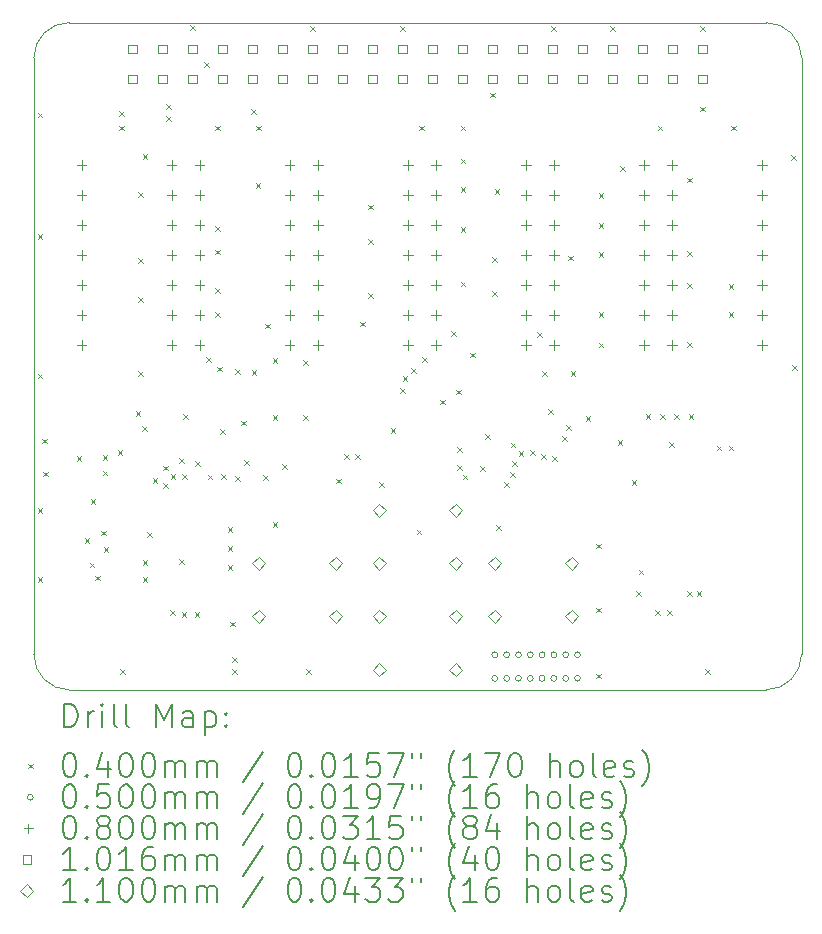
<source format=gbr>
%TF.GenerationSoftware,KiCad,Pcbnew,7.0.8*%
%TF.CreationDate,2023-10-15T14:34:32+03:00*%
%TF.ProjectId,ltp_kikad,6c74705f-6b69-46b6-9164-2e6b69636164,rev?*%
%TF.SameCoordinates,Original*%
%TF.FileFunction,Drillmap*%
%TF.FilePolarity,Positive*%
%FSLAX45Y45*%
G04 Gerber Fmt 4.5, Leading zero omitted, Abs format (unit mm)*
G04 Created by KiCad (PCBNEW 7.0.8) date 2023-10-15 14:34:32*
%MOMM*%
%LPD*%
G01*
G04 APERTURE LIST*
%ADD10C,0.100000*%
%ADD11C,0.200000*%
%ADD12C,0.040000*%
%ADD13C,0.050000*%
%ADD14C,0.080000*%
%ADD15C,0.101600*%
%ADD16C,0.110000*%
G04 APERTURE END LIST*
D10*
X18396680Y-7157220D02*
X18396680Y-5607220D01*
X18096680Y-10957220D02*
G75*
G03*
X18396680Y-10657220I0J300000D01*
G01*
X18396680Y-9057220D02*
X18396680Y-7157220D01*
X11896680Y-10657220D02*
G75*
G03*
X12196680Y-10957220I300000J0D01*
G01*
X18397020Y-10656360D02*
X18397020Y-9056360D01*
X18396680Y-5607220D02*
G75*
G03*
X18096680Y-5307220I-300000J0D01*
G01*
X12196680Y-5307220D02*
G75*
G03*
X11896680Y-5607220I0J-300000D01*
G01*
X18096680Y-5307220D02*
X12196680Y-5307220D01*
X18096680Y-10957220D02*
X12196680Y-10957220D01*
X11896680Y-10657220D02*
X11896680Y-5607220D01*
D11*
D12*
X11930000Y-6070000D02*
X11970000Y-6110000D01*
X11970000Y-6070000D02*
X11930000Y-6110000D01*
X11930000Y-7100000D02*
X11970000Y-7140000D01*
X11970000Y-7100000D02*
X11930000Y-7140000D01*
X11930000Y-8280000D02*
X11970000Y-8320000D01*
X11970000Y-8280000D02*
X11930000Y-8320000D01*
X11930000Y-9420000D02*
X11970000Y-9460000D01*
X11970000Y-9420000D02*
X11930000Y-9460000D01*
X11930000Y-10000000D02*
X11970000Y-10040000D01*
X11970000Y-10000000D02*
X11930000Y-10040000D01*
X11968700Y-8830000D02*
X12008700Y-8870000D01*
X12008700Y-8830000D02*
X11968700Y-8870000D01*
X11978700Y-9110000D02*
X12018700Y-9150000D01*
X12018700Y-9110000D02*
X11978700Y-9150000D01*
X12258700Y-8980000D02*
X12298700Y-9020000D01*
X12298700Y-8980000D02*
X12258700Y-9020000D01*
X12326006Y-9672694D02*
X12366006Y-9712694D01*
X12366006Y-9672694D02*
X12326006Y-9712694D01*
X12368700Y-9880000D02*
X12408700Y-9920000D01*
X12408700Y-9880000D02*
X12368700Y-9920000D01*
X12378700Y-9340000D02*
X12418700Y-9380000D01*
X12418700Y-9340000D02*
X12378700Y-9380000D01*
X12418700Y-9990000D02*
X12458700Y-10030000D01*
X12458700Y-9990000D02*
X12418700Y-10030000D01*
X12468700Y-9609550D02*
X12508700Y-9649550D01*
X12508700Y-9609550D02*
X12468700Y-9649550D01*
X12478700Y-8968715D02*
X12518700Y-9008715D01*
X12518700Y-8968715D02*
X12478700Y-9008715D01*
X12478700Y-9100000D02*
X12518700Y-9140000D01*
X12518700Y-9100000D02*
X12478700Y-9140000D01*
X12488700Y-9750000D02*
X12528700Y-9790000D01*
X12528700Y-9750000D02*
X12488700Y-9790000D01*
X12607461Y-8928715D02*
X12647461Y-8968715D01*
X12647461Y-8928715D02*
X12607461Y-8968715D01*
X12618700Y-6060000D02*
X12658700Y-6100000D01*
X12658700Y-6060000D02*
X12618700Y-6100000D01*
X12618700Y-6180000D02*
X12658700Y-6220000D01*
X12658700Y-6180000D02*
X12618700Y-6220000D01*
X12630000Y-10780000D02*
X12670000Y-10820000D01*
X12670000Y-10780000D02*
X12630000Y-10820000D01*
X12758700Y-8600000D02*
X12798700Y-8640000D01*
X12798700Y-8600000D02*
X12758700Y-8640000D01*
X12778700Y-8260000D02*
X12818700Y-8300000D01*
X12818700Y-8260000D02*
X12778700Y-8300000D01*
X12780000Y-6745000D02*
X12820000Y-6785000D01*
X12820000Y-6745000D02*
X12780000Y-6785000D01*
X12780000Y-7300000D02*
X12820000Y-7340000D01*
X12820000Y-7300000D02*
X12780000Y-7340000D01*
X12780000Y-7630000D02*
X12820000Y-7670000D01*
X12820000Y-7630000D02*
X12780000Y-7670000D01*
X12813309Y-8725391D02*
X12853309Y-8765391D01*
X12853309Y-8725391D02*
X12813309Y-8765391D01*
X12818700Y-6420000D02*
X12858700Y-6460000D01*
X12858700Y-6420000D02*
X12818700Y-6460000D01*
X12818700Y-9860000D02*
X12858700Y-9900000D01*
X12858700Y-9860000D02*
X12818700Y-9900000D01*
X12818700Y-10000000D02*
X12858700Y-10040000D01*
X12858700Y-10000000D02*
X12818700Y-10040000D01*
X12858700Y-9620000D02*
X12898700Y-9660000D01*
X12898700Y-9620000D02*
X12858700Y-9660000D01*
X12902547Y-9164199D02*
X12942547Y-9204199D01*
X12942547Y-9164199D02*
X12902547Y-9204199D01*
X12989503Y-9059269D02*
X13029503Y-9099269D01*
X13029503Y-9059269D02*
X12989503Y-9099269D01*
X12990504Y-9209536D02*
X13030504Y-9249536D01*
X13030504Y-9209536D02*
X12990504Y-9249536D01*
X13017470Y-6101230D02*
X13057470Y-6141230D01*
X13057470Y-6101230D02*
X13017470Y-6141230D01*
X13018700Y-6000000D02*
X13058700Y-6040000D01*
X13058700Y-6000000D02*
X13018700Y-6040000D01*
X13048700Y-10280000D02*
X13088700Y-10320000D01*
X13088700Y-10280000D02*
X13048700Y-10320000D01*
X13055655Y-9133738D02*
X13095655Y-9173738D01*
X13095655Y-9133738D02*
X13055655Y-9173738D01*
X13125103Y-8993597D02*
X13165103Y-9033597D01*
X13165103Y-8993597D02*
X13125103Y-9033597D01*
X13126419Y-9847669D02*
X13166419Y-9887669D01*
X13166419Y-9847669D02*
X13126419Y-9887669D01*
X13148700Y-10300000D02*
X13188700Y-10340000D01*
X13188700Y-10300000D02*
X13148700Y-10340000D01*
X13154279Y-9128586D02*
X13194279Y-9168586D01*
X13194279Y-9128586D02*
X13154279Y-9168586D01*
X13159890Y-8620000D02*
X13199890Y-8660000D01*
X13199890Y-8620000D02*
X13159890Y-8660000D01*
X13218700Y-5330000D02*
X13258700Y-5370000D01*
X13258700Y-5330000D02*
X13218700Y-5370000D01*
X13258700Y-10300000D02*
X13298700Y-10340000D01*
X13298700Y-10300000D02*
X13258700Y-10340000D01*
X13262746Y-9022475D02*
X13302746Y-9062475D01*
X13302746Y-9022475D02*
X13262746Y-9062475D01*
X13338700Y-5640000D02*
X13378700Y-5680000D01*
X13378700Y-5640000D02*
X13338700Y-5680000D01*
X13358700Y-8140000D02*
X13398700Y-8180000D01*
X13398700Y-8140000D02*
X13358700Y-8180000D01*
X13367615Y-9134885D02*
X13407615Y-9174885D01*
X13407615Y-9134885D02*
X13367615Y-9174885D01*
X13430000Y-6180000D02*
X13470000Y-6220000D01*
X13470000Y-6180000D02*
X13430000Y-6220000D01*
X13430000Y-7030000D02*
X13470000Y-7070000D01*
X13470000Y-7030000D02*
X13430000Y-7070000D01*
X13430000Y-7230000D02*
X13470000Y-7270000D01*
X13470000Y-7230000D02*
X13430000Y-7270000D01*
X13430000Y-7555000D02*
X13470000Y-7595000D01*
X13470000Y-7555000D02*
X13430000Y-7595000D01*
X13430000Y-7760000D02*
X13470000Y-7800000D01*
X13470000Y-7760000D02*
X13430000Y-7800000D01*
X13448700Y-8220000D02*
X13488700Y-8260000D01*
X13488700Y-8220000D02*
X13448700Y-8260000D01*
X13473700Y-8750050D02*
X13513700Y-8790050D01*
X13513700Y-8750050D02*
X13473700Y-8790050D01*
X13484070Y-9132690D02*
X13524070Y-9172690D01*
X13524070Y-9132690D02*
X13484070Y-9172690D01*
X13538700Y-9580000D02*
X13578700Y-9620000D01*
X13578700Y-9580000D02*
X13538700Y-9620000D01*
X13538700Y-9740000D02*
X13578700Y-9780000D01*
X13578700Y-9740000D02*
X13538700Y-9780000D01*
X13538700Y-9900000D02*
X13578700Y-9940000D01*
X13578700Y-9900000D02*
X13538700Y-9940000D01*
X13558700Y-10380000D02*
X13598700Y-10420000D01*
X13598700Y-10380000D02*
X13558700Y-10420000D01*
X13578700Y-10680000D02*
X13618700Y-10720000D01*
X13618700Y-10680000D02*
X13578700Y-10720000D01*
X13578700Y-10780000D02*
X13618700Y-10820000D01*
X13618700Y-10780000D02*
X13578700Y-10820000D01*
X13601918Y-9146105D02*
X13641918Y-9186105D01*
X13641918Y-9146105D02*
X13601918Y-9186105D01*
X13603921Y-8241062D02*
X13643921Y-8281062D01*
X13643921Y-8241062D02*
X13603921Y-8281062D01*
X13654948Y-8677428D02*
X13694948Y-8717428D01*
X13694948Y-8677428D02*
X13654948Y-8717428D01*
X13679225Y-9011195D02*
X13719225Y-9051195D01*
X13719225Y-9011195D02*
X13679225Y-9051195D01*
X13738700Y-6040000D02*
X13778700Y-6080000D01*
X13778700Y-6040000D02*
X13738700Y-6080000D01*
X13740340Y-8252450D02*
X13780340Y-8292450D01*
X13780340Y-8252450D02*
X13740340Y-8292450D01*
X13774658Y-6668653D02*
X13814658Y-6708653D01*
X13814658Y-6668653D02*
X13774658Y-6708653D01*
X13780000Y-6180000D02*
X13820000Y-6220000D01*
X13820000Y-6180000D02*
X13780000Y-6220000D01*
X13835700Y-9142050D02*
X13875700Y-9182050D01*
X13875700Y-9142050D02*
X13835700Y-9182050D01*
X13856006Y-7857306D02*
X13896006Y-7897306D01*
X13896006Y-7857306D02*
X13856006Y-7897306D01*
X13918700Y-8150000D02*
X13958700Y-8190000D01*
X13958700Y-8150000D02*
X13918700Y-8190000D01*
X13918700Y-8630000D02*
X13958700Y-8670000D01*
X13958700Y-8630000D02*
X13918700Y-8670000D01*
X13918700Y-9535050D02*
X13958700Y-9575050D01*
X13958700Y-9535050D02*
X13918700Y-9575050D01*
X14002157Y-9047050D02*
X14042157Y-9087050D01*
X14042157Y-9047050D02*
X14002157Y-9087050D01*
X14178700Y-8165000D02*
X14218700Y-8205000D01*
X14218700Y-8165000D02*
X14178700Y-8205000D01*
X14178700Y-8630000D02*
X14218700Y-8670000D01*
X14218700Y-8630000D02*
X14178700Y-8670000D01*
X14200000Y-10780000D02*
X14240000Y-10820000D01*
X14240000Y-10780000D02*
X14200000Y-10820000D01*
X14238700Y-5340000D02*
X14278700Y-5380000D01*
X14278700Y-5340000D02*
X14238700Y-5380000D01*
X14458700Y-9170000D02*
X14498700Y-9210000D01*
X14498700Y-9170000D02*
X14458700Y-9210000D01*
X14523750Y-8960000D02*
X14563750Y-9000000D01*
X14563750Y-8960000D02*
X14523750Y-9000000D01*
X14618700Y-8960000D02*
X14658700Y-9000000D01*
X14658700Y-8960000D02*
X14618700Y-9000000D01*
X14658700Y-7840000D02*
X14698700Y-7880000D01*
X14698700Y-7840000D02*
X14658700Y-7880000D01*
X14730000Y-6850000D02*
X14770000Y-6890000D01*
X14770000Y-6850000D02*
X14730000Y-6890000D01*
X14730000Y-7140000D02*
X14770000Y-7180000D01*
X14770000Y-7140000D02*
X14730000Y-7180000D01*
X14730000Y-7600000D02*
X14770000Y-7640000D01*
X14770000Y-7600000D02*
X14730000Y-7640000D01*
X14818700Y-9200000D02*
X14858700Y-9240000D01*
X14858700Y-9200000D02*
X14818700Y-9240000D01*
X14918700Y-8740000D02*
X14958700Y-8780000D01*
X14958700Y-8740000D02*
X14918700Y-8780000D01*
X14998700Y-5340000D02*
X15038700Y-5380000D01*
X15038700Y-5340000D02*
X14998700Y-5380000D01*
X14998700Y-8400000D02*
X15038700Y-8440000D01*
X15038700Y-8400000D02*
X14998700Y-8440000D01*
X15018700Y-8300000D02*
X15058700Y-8340000D01*
X15058700Y-8300000D02*
X15018700Y-8340000D01*
X15091430Y-8232550D02*
X15131430Y-8272550D01*
X15131430Y-8232550D02*
X15091430Y-8272550D01*
X15138700Y-9600000D02*
X15178700Y-9640000D01*
X15178700Y-9600000D02*
X15138700Y-9640000D01*
X15158700Y-6180000D02*
X15198700Y-6220000D01*
X15198700Y-6180000D02*
X15158700Y-6220000D01*
X15182994Y-8141094D02*
X15222994Y-8181094D01*
X15222994Y-8141094D02*
X15182994Y-8181094D01*
X15338700Y-8500000D02*
X15378700Y-8540000D01*
X15378700Y-8500000D02*
X15338700Y-8540000D01*
X15428700Y-7920000D02*
X15468700Y-7960000D01*
X15468700Y-7920000D02*
X15428700Y-7960000D01*
X15471250Y-8416297D02*
X15511250Y-8456297D01*
X15511250Y-8416297D02*
X15471250Y-8456297D01*
X15478700Y-8905000D02*
X15518700Y-8945000D01*
X15518700Y-8905000D02*
X15478700Y-8945000D01*
X15478700Y-9055000D02*
X15518700Y-9095000D01*
X15518700Y-9055000D02*
X15478700Y-9095000D01*
X15510000Y-6180000D02*
X15550000Y-6220000D01*
X15550000Y-6180000D02*
X15510000Y-6220000D01*
X15510000Y-6460000D02*
X15550000Y-6500000D01*
X15550000Y-6460000D02*
X15510000Y-6500000D01*
X15510000Y-6700000D02*
X15550000Y-6740000D01*
X15550000Y-6700000D02*
X15510000Y-6740000D01*
X15510000Y-7040000D02*
X15550000Y-7080000D01*
X15550000Y-7040000D02*
X15510000Y-7080000D01*
X15510000Y-7500000D02*
X15550000Y-7540000D01*
X15550000Y-7500000D02*
X15510000Y-7540000D01*
X15528463Y-9135865D02*
X15568463Y-9175865D01*
X15568463Y-9135865D02*
X15528463Y-9175865D01*
X15591250Y-8102550D02*
X15631250Y-8142550D01*
X15631250Y-8102550D02*
X15591250Y-8142550D01*
X15678700Y-9060000D02*
X15718700Y-9100000D01*
X15718700Y-9060000D02*
X15678700Y-9100000D01*
X15718373Y-8790000D02*
X15758373Y-8830000D01*
X15758373Y-8790000D02*
X15718373Y-8830000D01*
X15758700Y-5900000D02*
X15798700Y-5940000D01*
X15798700Y-5900000D02*
X15758700Y-5940000D01*
X15780000Y-7292105D02*
X15820000Y-7332105D01*
X15820000Y-7292105D02*
X15780000Y-7332105D01*
X15780000Y-7580000D02*
X15820000Y-7620000D01*
X15820000Y-7580000D02*
X15780000Y-7620000D01*
X15798700Y-6720000D02*
X15838700Y-6760000D01*
X15838700Y-6720000D02*
X15798700Y-6760000D01*
X15808700Y-9560000D02*
X15848700Y-9600000D01*
X15848700Y-9560000D02*
X15808700Y-9600000D01*
X15876575Y-9199423D02*
X15916575Y-9239423D01*
X15916575Y-9199423D02*
X15876575Y-9239423D01*
X15929256Y-9113975D02*
X15969256Y-9153975D01*
X15969256Y-9113975D02*
X15929256Y-9153975D01*
X15933323Y-8864002D02*
X15973323Y-8904002D01*
X15973323Y-8864002D02*
X15933323Y-8904002D01*
X15949355Y-9021125D02*
X15989355Y-9061125D01*
X15989355Y-9021125D02*
X15949355Y-9061125D01*
X16001200Y-8934402D02*
X16041200Y-8974402D01*
X16041200Y-8934402D02*
X16001200Y-8974402D01*
X16101070Y-8928427D02*
X16141070Y-8968427D01*
X16141070Y-8928427D02*
X16101070Y-8968427D01*
X16158700Y-7931500D02*
X16198700Y-7971500D01*
X16198700Y-7931500D02*
X16158700Y-7971500D01*
X16190377Y-8960821D02*
X16230377Y-9000821D01*
X16230377Y-8960821D02*
X16190377Y-9000821D01*
X16198700Y-8260000D02*
X16238700Y-8300000D01*
X16238700Y-8260000D02*
X16198700Y-8300000D01*
X16253700Y-8579611D02*
X16293700Y-8619611D01*
X16293700Y-8579611D02*
X16253700Y-8619611D01*
X16278700Y-5340000D02*
X16318700Y-5380000D01*
X16318700Y-5340000D02*
X16278700Y-5380000D01*
X16283247Y-8980823D02*
X16323247Y-9020823D01*
X16323247Y-8980823D02*
X16283247Y-9020823D01*
X16367350Y-8809830D02*
X16407350Y-8849830D01*
X16407350Y-8809830D02*
X16367350Y-8849830D01*
X16403700Y-8715000D02*
X16443700Y-8755000D01*
X16443700Y-8715000D02*
X16403700Y-8755000D01*
X16418700Y-7280000D02*
X16458700Y-7320000D01*
X16458700Y-7280000D02*
X16418700Y-7320000D01*
X16440890Y-8260000D02*
X16480890Y-8300000D01*
X16480890Y-8260000D02*
X16440890Y-8300000D01*
X16568700Y-8640000D02*
X16608700Y-8680000D01*
X16608700Y-8640000D02*
X16568700Y-8680000D01*
X16658700Y-9720000D02*
X16698700Y-9760000D01*
X16698700Y-9720000D02*
X16658700Y-9760000D01*
X16658700Y-10260000D02*
X16698700Y-10300000D01*
X16698700Y-10260000D02*
X16658700Y-10300000D01*
X16658700Y-10820000D02*
X16698700Y-10860000D01*
X16698700Y-10820000D02*
X16658700Y-10860000D01*
X16678700Y-7760000D02*
X16718700Y-7800000D01*
X16718700Y-7760000D02*
X16678700Y-7800000D01*
X16680000Y-6750000D02*
X16720000Y-6790000D01*
X16720000Y-6750000D02*
X16680000Y-6790000D01*
X16680000Y-7007500D02*
X16720000Y-7047500D01*
X16720000Y-7007500D02*
X16680000Y-7047500D01*
X16680000Y-7250000D02*
X16720000Y-7290000D01*
X16720000Y-7250000D02*
X16680000Y-7290000D01*
X16680000Y-8017500D02*
X16720000Y-8057500D01*
X16720000Y-8017500D02*
X16680000Y-8057500D01*
X16778700Y-5340000D02*
X16818700Y-5380000D01*
X16818700Y-5340000D02*
X16778700Y-5380000D01*
X16838700Y-8840000D02*
X16878700Y-8880000D01*
X16878700Y-8840000D02*
X16838700Y-8880000D01*
X16858700Y-6520000D02*
X16898700Y-6560000D01*
X16898700Y-6520000D02*
X16858700Y-6560000D01*
X16958700Y-9180000D02*
X16998700Y-9220000D01*
X16998700Y-9180000D02*
X16958700Y-9220000D01*
X16998700Y-10120000D02*
X17038700Y-10160000D01*
X17038700Y-10120000D02*
X16998700Y-10160000D01*
X17018700Y-9940000D02*
X17058700Y-9980000D01*
X17058700Y-9940000D02*
X17018700Y-9980000D01*
X17075890Y-8622810D02*
X17115890Y-8662810D01*
X17115890Y-8622810D02*
X17075890Y-8662810D01*
X17160000Y-10280000D02*
X17200000Y-10320000D01*
X17200000Y-10280000D02*
X17160000Y-10320000D01*
X17178700Y-6180000D02*
X17218700Y-6220000D01*
X17218700Y-6180000D02*
X17178700Y-6220000D01*
X17198700Y-8620000D02*
X17238700Y-8660000D01*
X17238700Y-8620000D02*
X17198700Y-8660000D01*
X17260000Y-10280000D02*
X17300000Y-10320000D01*
X17300000Y-10280000D02*
X17260000Y-10320000D01*
X17278700Y-8860000D02*
X17318700Y-8900000D01*
X17318700Y-8860000D02*
X17278700Y-8900000D01*
X17318700Y-8620000D02*
X17358700Y-8660000D01*
X17358700Y-8620000D02*
X17318700Y-8660000D01*
X17428700Y-10120000D02*
X17468700Y-10160000D01*
X17468700Y-10120000D02*
X17428700Y-10160000D01*
X17430000Y-6620000D02*
X17470000Y-6660000D01*
X17470000Y-6620000D02*
X17430000Y-6660000D01*
X17430000Y-7240000D02*
X17470000Y-7280000D01*
X17470000Y-7240000D02*
X17430000Y-7280000D01*
X17430000Y-7515000D02*
X17470000Y-7555000D01*
X17470000Y-7515000D02*
X17430000Y-7555000D01*
X17430000Y-8012500D02*
X17470000Y-8052500D01*
X17470000Y-8012500D02*
X17430000Y-8052500D01*
X17441006Y-8622306D02*
X17481006Y-8662306D01*
X17481006Y-8622306D02*
X17441006Y-8662306D01*
X17508700Y-10120000D02*
X17548700Y-10160000D01*
X17548700Y-10120000D02*
X17508700Y-10160000D01*
X17538700Y-5340000D02*
X17578700Y-5380000D01*
X17578700Y-5340000D02*
X17538700Y-5380000D01*
X17538700Y-6020000D02*
X17578700Y-6060000D01*
X17578700Y-6020000D02*
X17538700Y-6060000D01*
X17580000Y-10780000D02*
X17620000Y-10820000D01*
X17620000Y-10780000D02*
X17580000Y-10820000D01*
X17678700Y-8890000D02*
X17718700Y-8930000D01*
X17718700Y-8890000D02*
X17678700Y-8930000D01*
X17778700Y-8890000D02*
X17818700Y-8930000D01*
X17818700Y-8890000D02*
X17778700Y-8930000D01*
X17780000Y-7520000D02*
X17820000Y-7560000D01*
X17820000Y-7520000D02*
X17780000Y-7560000D01*
X17780000Y-7760000D02*
X17820000Y-7800000D01*
X17820000Y-7760000D02*
X17780000Y-7800000D01*
X17798700Y-6180000D02*
X17838700Y-6220000D01*
X17838700Y-6180000D02*
X17798700Y-6220000D01*
X18308700Y-6430000D02*
X18348700Y-6470000D01*
X18348700Y-6430000D02*
X18308700Y-6470000D01*
X18318700Y-8210000D02*
X18358700Y-8250000D01*
X18358700Y-8210000D02*
X18318700Y-8250000D01*
D13*
X15825000Y-10660000D02*
G75*
G03*
X15825000Y-10660000I-25000J0D01*
G01*
X15825000Y-10860000D02*
G75*
G03*
X15825000Y-10860000I-25000J0D01*
G01*
X15925000Y-10660000D02*
G75*
G03*
X15925000Y-10660000I-25000J0D01*
G01*
X15925000Y-10860000D02*
G75*
G03*
X15925000Y-10860000I-25000J0D01*
G01*
X16025000Y-10660000D02*
G75*
G03*
X16025000Y-10660000I-25000J0D01*
G01*
X16025000Y-10860000D02*
G75*
G03*
X16025000Y-10860000I-25000J0D01*
G01*
X16125000Y-10660000D02*
G75*
G03*
X16125000Y-10660000I-25000J0D01*
G01*
X16125000Y-10860000D02*
G75*
G03*
X16125000Y-10860000I-25000J0D01*
G01*
X16225000Y-10660000D02*
G75*
G03*
X16225000Y-10660000I-25000J0D01*
G01*
X16225000Y-10860000D02*
G75*
G03*
X16225000Y-10860000I-25000J0D01*
G01*
X16325000Y-10660000D02*
G75*
G03*
X16325000Y-10660000I-25000J0D01*
G01*
X16325000Y-10860000D02*
G75*
G03*
X16325000Y-10860000I-25000J0D01*
G01*
X16425000Y-10660000D02*
G75*
G03*
X16425000Y-10660000I-25000J0D01*
G01*
X16425000Y-10860000D02*
G75*
G03*
X16425000Y-10860000I-25000J0D01*
G01*
X16525000Y-10660000D02*
G75*
G03*
X16525000Y-10660000I-25000J0D01*
G01*
X16525000Y-10860000D02*
G75*
G03*
X16525000Y-10860000I-25000J0D01*
G01*
D14*
X12301700Y-6475000D02*
X12301700Y-6555000D01*
X12261700Y-6515000D02*
X12341700Y-6515000D01*
X12301700Y-6729000D02*
X12301700Y-6809000D01*
X12261700Y-6769000D02*
X12341700Y-6769000D01*
X12301700Y-6983000D02*
X12301700Y-7063000D01*
X12261700Y-7023000D02*
X12341700Y-7023000D01*
X12301700Y-7237000D02*
X12301700Y-7317000D01*
X12261700Y-7277000D02*
X12341700Y-7277000D01*
X12301700Y-7491000D02*
X12301700Y-7571000D01*
X12261700Y-7531000D02*
X12341700Y-7531000D01*
X12301700Y-7745000D02*
X12301700Y-7825000D01*
X12261700Y-7785000D02*
X12341700Y-7785000D01*
X12301700Y-7999000D02*
X12301700Y-8079000D01*
X12261700Y-8039000D02*
X12341700Y-8039000D01*
X13063700Y-6475000D02*
X13063700Y-6555000D01*
X13023700Y-6515000D02*
X13103700Y-6515000D01*
X13063700Y-6729000D02*
X13063700Y-6809000D01*
X13023700Y-6769000D02*
X13103700Y-6769000D01*
X13063700Y-6983000D02*
X13063700Y-7063000D01*
X13023700Y-7023000D02*
X13103700Y-7023000D01*
X13063700Y-7237000D02*
X13063700Y-7317000D01*
X13023700Y-7277000D02*
X13103700Y-7277000D01*
X13063700Y-7491000D02*
X13063700Y-7571000D01*
X13023700Y-7531000D02*
X13103700Y-7531000D01*
X13063700Y-7745000D02*
X13063700Y-7825000D01*
X13023700Y-7785000D02*
X13103700Y-7785000D01*
X13063700Y-7999000D02*
X13063700Y-8079000D01*
X13023700Y-8039000D02*
X13103700Y-8039000D01*
X13301700Y-6475000D02*
X13301700Y-6555000D01*
X13261700Y-6515000D02*
X13341700Y-6515000D01*
X13301700Y-6729000D02*
X13301700Y-6809000D01*
X13261700Y-6769000D02*
X13341700Y-6769000D01*
X13301700Y-6983000D02*
X13301700Y-7063000D01*
X13261700Y-7023000D02*
X13341700Y-7023000D01*
X13301700Y-7237000D02*
X13301700Y-7317000D01*
X13261700Y-7277000D02*
X13341700Y-7277000D01*
X13301700Y-7491000D02*
X13301700Y-7571000D01*
X13261700Y-7531000D02*
X13341700Y-7531000D01*
X13301700Y-7745000D02*
X13301700Y-7825000D01*
X13261700Y-7785000D02*
X13341700Y-7785000D01*
X13301700Y-7999000D02*
X13301700Y-8079000D01*
X13261700Y-8039000D02*
X13341700Y-8039000D01*
X14063700Y-6475000D02*
X14063700Y-6555000D01*
X14023700Y-6515000D02*
X14103700Y-6515000D01*
X14063700Y-6729000D02*
X14063700Y-6809000D01*
X14023700Y-6769000D02*
X14103700Y-6769000D01*
X14063700Y-6983000D02*
X14063700Y-7063000D01*
X14023700Y-7023000D02*
X14103700Y-7023000D01*
X14063700Y-7237000D02*
X14063700Y-7317000D01*
X14023700Y-7277000D02*
X14103700Y-7277000D01*
X14063700Y-7491000D02*
X14063700Y-7571000D01*
X14023700Y-7531000D02*
X14103700Y-7531000D01*
X14063700Y-7745000D02*
X14063700Y-7825000D01*
X14023700Y-7785000D02*
X14103700Y-7785000D01*
X14063700Y-7999000D02*
X14063700Y-8079000D01*
X14023700Y-8039000D02*
X14103700Y-8039000D01*
X14301700Y-6474960D02*
X14301700Y-6554960D01*
X14261700Y-6514960D02*
X14341700Y-6514960D01*
X14301700Y-6728960D02*
X14301700Y-6808960D01*
X14261700Y-6768960D02*
X14341700Y-6768960D01*
X14301700Y-6982960D02*
X14301700Y-7062960D01*
X14261700Y-7022960D02*
X14341700Y-7022960D01*
X14301700Y-7236960D02*
X14301700Y-7316960D01*
X14261700Y-7276960D02*
X14341700Y-7276960D01*
X14301700Y-7490960D02*
X14301700Y-7570960D01*
X14261700Y-7530960D02*
X14341700Y-7530960D01*
X14301700Y-7744960D02*
X14301700Y-7824960D01*
X14261700Y-7784960D02*
X14341700Y-7784960D01*
X14301700Y-7998960D02*
X14301700Y-8078960D01*
X14261700Y-8038960D02*
X14341700Y-8038960D01*
X15063700Y-6474960D02*
X15063700Y-6554960D01*
X15023700Y-6514960D02*
X15103700Y-6514960D01*
X15063700Y-6728960D02*
X15063700Y-6808960D01*
X15023700Y-6768960D02*
X15103700Y-6768960D01*
X15063700Y-6982960D02*
X15063700Y-7062960D01*
X15023700Y-7022960D02*
X15103700Y-7022960D01*
X15063700Y-7236960D02*
X15063700Y-7316960D01*
X15023700Y-7276960D02*
X15103700Y-7276960D01*
X15063700Y-7490960D02*
X15063700Y-7570960D01*
X15023700Y-7530960D02*
X15103700Y-7530960D01*
X15063700Y-7744960D02*
X15063700Y-7824960D01*
X15023700Y-7784960D02*
X15103700Y-7784960D01*
X15063700Y-7998960D02*
X15063700Y-8078960D01*
X15023700Y-8038960D02*
X15103700Y-8038960D01*
X15301700Y-6474960D02*
X15301700Y-6554960D01*
X15261700Y-6514960D02*
X15341700Y-6514960D01*
X15301700Y-6728960D02*
X15301700Y-6808960D01*
X15261700Y-6768960D02*
X15341700Y-6768960D01*
X15301700Y-6982960D02*
X15301700Y-7062960D01*
X15261700Y-7022960D02*
X15341700Y-7022960D01*
X15301700Y-7236960D02*
X15301700Y-7316960D01*
X15261700Y-7276960D02*
X15341700Y-7276960D01*
X15301700Y-7490960D02*
X15301700Y-7570960D01*
X15261700Y-7530960D02*
X15341700Y-7530960D01*
X15301700Y-7744960D02*
X15301700Y-7824960D01*
X15261700Y-7784960D02*
X15341700Y-7784960D01*
X15301700Y-7998960D02*
X15301700Y-8078960D01*
X15261700Y-8038960D02*
X15341700Y-8038960D01*
X16063700Y-6474960D02*
X16063700Y-6554960D01*
X16023700Y-6514960D02*
X16103700Y-6514960D01*
X16063700Y-6728960D02*
X16063700Y-6808960D01*
X16023700Y-6768960D02*
X16103700Y-6768960D01*
X16063700Y-6982960D02*
X16063700Y-7062960D01*
X16023700Y-7022960D02*
X16103700Y-7022960D01*
X16063700Y-7236960D02*
X16063700Y-7316960D01*
X16023700Y-7276960D02*
X16103700Y-7276960D01*
X16063700Y-7490960D02*
X16063700Y-7570960D01*
X16023700Y-7530960D02*
X16103700Y-7530960D01*
X16063700Y-7744960D02*
X16063700Y-7824960D01*
X16023700Y-7784960D02*
X16103700Y-7784960D01*
X16063700Y-7998960D02*
X16063700Y-8078960D01*
X16023700Y-8038960D02*
X16103700Y-8038960D01*
X16301700Y-6475000D02*
X16301700Y-6555000D01*
X16261700Y-6515000D02*
X16341700Y-6515000D01*
X16301700Y-6729000D02*
X16301700Y-6809000D01*
X16261700Y-6769000D02*
X16341700Y-6769000D01*
X16301700Y-6983000D02*
X16301700Y-7063000D01*
X16261700Y-7023000D02*
X16341700Y-7023000D01*
X16301700Y-7237000D02*
X16301700Y-7317000D01*
X16261700Y-7277000D02*
X16341700Y-7277000D01*
X16301700Y-7491000D02*
X16301700Y-7571000D01*
X16261700Y-7531000D02*
X16341700Y-7531000D01*
X16301700Y-7745000D02*
X16301700Y-7825000D01*
X16261700Y-7785000D02*
X16341700Y-7785000D01*
X16301700Y-7999000D02*
X16301700Y-8079000D01*
X16261700Y-8039000D02*
X16341700Y-8039000D01*
X17063700Y-6475000D02*
X17063700Y-6555000D01*
X17023700Y-6515000D02*
X17103700Y-6515000D01*
X17063700Y-6729000D02*
X17063700Y-6809000D01*
X17023700Y-6769000D02*
X17103700Y-6769000D01*
X17063700Y-6983000D02*
X17063700Y-7063000D01*
X17023700Y-7023000D02*
X17103700Y-7023000D01*
X17063700Y-7237000D02*
X17063700Y-7317000D01*
X17023700Y-7277000D02*
X17103700Y-7277000D01*
X17063700Y-7491000D02*
X17063700Y-7571000D01*
X17023700Y-7531000D02*
X17103700Y-7531000D01*
X17063700Y-7745000D02*
X17063700Y-7825000D01*
X17023700Y-7785000D02*
X17103700Y-7785000D01*
X17063700Y-7999000D02*
X17063700Y-8079000D01*
X17023700Y-8039000D02*
X17103700Y-8039000D01*
X17301700Y-6475000D02*
X17301700Y-6555000D01*
X17261700Y-6515000D02*
X17341700Y-6515000D01*
X17301700Y-6729000D02*
X17301700Y-6809000D01*
X17261700Y-6769000D02*
X17341700Y-6769000D01*
X17301700Y-6983000D02*
X17301700Y-7063000D01*
X17261700Y-7023000D02*
X17341700Y-7023000D01*
X17301700Y-7237000D02*
X17301700Y-7317000D01*
X17261700Y-7277000D02*
X17341700Y-7277000D01*
X17301700Y-7491000D02*
X17301700Y-7571000D01*
X17261700Y-7531000D02*
X17341700Y-7531000D01*
X17301700Y-7745000D02*
X17301700Y-7825000D01*
X17261700Y-7785000D02*
X17341700Y-7785000D01*
X17301700Y-7999000D02*
X17301700Y-8079000D01*
X17261700Y-8039000D02*
X17341700Y-8039000D01*
X18063700Y-6475000D02*
X18063700Y-6555000D01*
X18023700Y-6515000D02*
X18103700Y-6515000D01*
X18063700Y-6729000D02*
X18063700Y-6809000D01*
X18023700Y-6769000D02*
X18103700Y-6769000D01*
X18063700Y-6983000D02*
X18063700Y-7063000D01*
X18023700Y-7023000D02*
X18103700Y-7023000D01*
X18063700Y-7237000D02*
X18063700Y-7317000D01*
X18023700Y-7277000D02*
X18103700Y-7277000D01*
X18063700Y-7491000D02*
X18063700Y-7571000D01*
X18023700Y-7531000D02*
X18103700Y-7531000D01*
X18063700Y-7745000D02*
X18063700Y-7825000D01*
X18023700Y-7785000D02*
X18103700Y-7785000D01*
X18063700Y-7999000D02*
X18063700Y-8079000D01*
X18023700Y-8039000D02*
X18103700Y-8039000D01*
D15*
X12768921Y-5565921D02*
X12768921Y-5494079D01*
X12697079Y-5494079D01*
X12697079Y-5565921D01*
X12768921Y-5565921D01*
X12768921Y-5819921D02*
X12768921Y-5748079D01*
X12697079Y-5748079D01*
X12697079Y-5819921D01*
X12768921Y-5819921D01*
X13022921Y-5565921D02*
X13022921Y-5494079D01*
X12951079Y-5494079D01*
X12951079Y-5565921D01*
X13022921Y-5565921D01*
X13022921Y-5819921D02*
X13022921Y-5748079D01*
X12951079Y-5748079D01*
X12951079Y-5819921D01*
X13022921Y-5819921D01*
X13276921Y-5565921D02*
X13276921Y-5494079D01*
X13205079Y-5494079D01*
X13205079Y-5565921D01*
X13276921Y-5565921D01*
X13276921Y-5819921D02*
X13276921Y-5748079D01*
X13205079Y-5748079D01*
X13205079Y-5819921D01*
X13276921Y-5819921D01*
X13530921Y-5565921D02*
X13530921Y-5494079D01*
X13459079Y-5494079D01*
X13459079Y-5565921D01*
X13530921Y-5565921D01*
X13530921Y-5819921D02*
X13530921Y-5748079D01*
X13459079Y-5748079D01*
X13459079Y-5819921D01*
X13530921Y-5819921D01*
X13784921Y-5565921D02*
X13784921Y-5494079D01*
X13713079Y-5494079D01*
X13713079Y-5565921D01*
X13784921Y-5565921D01*
X13784921Y-5819921D02*
X13784921Y-5748079D01*
X13713079Y-5748079D01*
X13713079Y-5819921D01*
X13784921Y-5819921D01*
X14038921Y-5565921D02*
X14038921Y-5494079D01*
X13967079Y-5494079D01*
X13967079Y-5565921D01*
X14038921Y-5565921D01*
X14038921Y-5819921D02*
X14038921Y-5748079D01*
X13967079Y-5748079D01*
X13967079Y-5819921D01*
X14038921Y-5819921D01*
X14292921Y-5565921D02*
X14292921Y-5494079D01*
X14221079Y-5494079D01*
X14221079Y-5565921D01*
X14292921Y-5565921D01*
X14292921Y-5819921D02*
X14292921Y-5748079D01*
X14221079Y-5748079D01*
X14221079Y-5819921D01*
X14292921Y-5819921D01*
X14546921Y-5565921D02*
X14546921Y-5494079D01*
X14475079Y-5494079D01*
X14475079Y-5565921D01*
X14546921Y-5565921D01*
X14546921Y-5819921D02*
X14546921Y-5748079D01*
X14475079Y-5748079D01*
X14475079Y-5819921D01*
X14546921Y-5819921D01*
X14800921Y-5565921D02*
X14800921Y-5494079D01*
X14729079Y-5494079D01*
X14729079Y-5565921D01*
X14800921Y-5565921D01*
X14800921Y-5819921D02*
X14800921Y-5748079D01*
X14729079Y-5748079D01*
X14729079Y-5819921D01*
X14800921Y-5819921D01*
X15054921Y-5565921D02*
X15054921Y-5494079D01*
X14983079Y-5494079D01*
X14983079Y-5565921D01*
X15054921Y-5565921D01*
X15054921Y-5819921D02*
X15054921Y-5748079D01*
X14983079Y-5748079D01*
X14983079Y-5819921D01*
X15054921Y-5819921D01*
X15308921Y-5565921D02*
X15308921Y-5494079D01*
X15237079Y-5494079D01*
X15237079Y-5565921D01*
X15308921Y-5565921D01*
X15308921Y-5819921D02*
X15308921Y-5748079D01*
X15237079Y-5748079D01*
X15237079Y-5819921D01*
X15308921Y-5819921D01*
X15562921Y-5565921D02*
X15562921Y-5494079D01*
X15491079Y-5494079D01*
X15491079Y-5565921D01*
X15562921Y-5565921D01*
X15562921Y-5819921D02*
X15562921Y-5748079D01*
X15491079Y-5748079D01*
X15491079Y-5819921D01*
X15562921Y-5819921D01*
X15816921Y-5565921D02*
X15816921Y-5494079D01*
X15745079Y-5494079D01*
X15745079Y-5565921D01*
X15816921Y-5565921D01*
X15816921Y-5819921D02*
X15816921Y-5748079D01*
X15745079Y-5748079D01*
X15745079Y-5819921D01*
X15816921Y-5819921D01*
X16070921Y-5565921D02*
X16070921Y-5494079D01*
X15999079Y-5494079D01*
X15999079Y-5565921D01*
X16070921Y-5565921D01*
X16070921Y-5819921D02*
X16070921Y-5748079D01*
X15999079Y-5748079D01*
X15999079Y-5819921D01*
X16070921Y-5819921D01*
X16324921Y-5565921D02*
X16324921Y-5494079D01*
X16253079Y-5494079D01*
X16253079Y-5565921D01*
X16324921Y-5565921D01*
X16324921Y-5819921D02*
X16324921Y-5748079D01*
X16253079Y-5748079D01*
X16253079Y-5819921D01*
X16324921Y-5819921D01*
X16578921Y-5565921D02*
X16578921Y-5494079D01*
X16507079Y-5494079D01*
X16507079Y-5565921D01*
X16578921Y-5565921D01*
X16578921Y-5819921D02*
X16578921Y-5748079D01*
X16507079Y-5748079D01*
X16507079Y-5819921D01*
X16578921Y-5819921D01*
X16832921Y-5565921D02*
X16832921Y-5494079D01*
X16761079Y-5494079D01*
X16761079Y-5565921D01*
X16832921Y-5565921D01*
X16832921Y-5819921D02*
X16832921Y-5748079D01*
X16761079Y-5748079D01*
X16761079Y-5819921D01*
X16832921Y-5819921D01*
X17086921Y-5565921D02*
X17086921Y-5494079D01*
X17015079Y-5494079D01*
X17015079Y-5565921D01*
X17086921Y-5565921D01*
X17086921Y-5819921D02*
X17086921Y-5748079D01*
X17015079Y-5748079D01*
X17015079Y-5819921D01*
X17086921Y-5819921D01*
X17340921Y-5565921D02*
X17340921Y-5494079D01*
X17269079Y-5494079D01*
X17269079Y-5565921D01*
X17340921Y-5565921D01*
X17340921Y-5819921D02*
X17340921Y-5748079D01*
X17269079Y-5748079D01*
X17269079Y-5819921D01*
X17340921Y-5819921D01*
X17594921Y-5565921D02*
X17594921Y-5494079D01*
X17523079Y-5494079D01*
X17523079Y-5565921D01*
X17594921Y-5565921D01*
X17594921Y-5819921D02*
X17594921Y-5748079D01*
X17523079Y-5748079D01*
X17523079Y-5819921D01*
X17594921Y-5819921D01*
D16*
X13801200Y-9940000D02*
X13856200Y-9885000D01*
X13801200Y-9830000D01*
X13746200Y-9885000D01*
X13801200Y-9940000D01*
X13801200Y-10390000D02*
X13856200Y-10335000D01*
X13801200Y-10280000D01*
X13746200Y-10335000D01*
X13801200Y-10390000D01*
X14451200Y-9940000D02*
X14506200Y-9885000D01*
X14451200Y-9830000D01*
X14396200Y-9885000D01*
X14451200Y-9940000D01*
X14451200Y-10390000D02*
X14506200Y-10335000D01*
X14451200Y-10280000D01*
X14396200Y-10335000D01*
X14451200Y-10390000D01*
X14821200Y-9490000D02*
X14876200Y-9435000D01*
X14821200Y-9380000D01*
X14766200Y-9435000D01*
X14821200Y-9490000D01*
X14821200Y-9940000D02*
X14876200Y-9885000D01*
X14821200Y-9830000D01*
X14766200Y-9885000D01*
X14821200Y-9940000D01*
X14821200Y-10390000D02*
X14876200Y-10335000D01*
X14821200Y-10280000D01*
X14766200Y-10335000D01*
X14821200Y-10390000D01*
X14821200Y-10840000D02*
X14876200Y-10785000D01*
X14821200Y-10730000D01*
X14766200Y-10785000D01*
X14821200Y-10840000D01*
X15471200Y-9490000D02*
X15526200Y-9435000D01*
X15471200Y-9380000D01*
X15416200Y-9435000D01*
X15471200Y-9490000D01*
X15471200Y-9940000D02*
X15526200Y-9885000D01*
X15471200Y-9830000D01*
X15416200Y-9885000D01*
X15471200Y-9940000D01*
X15471200Y-10390000D02*
X15526200Y-10335000D01*
X15471200Y-10280000D01*
X15416200Y-10335000D01*
X15471200Y-10390000D01*
X15471200Y-10840000D02*
X15526200Y-10785000D01*
X15471200Y-10730000D01*
X15416200Y-10785000D01*
X15471200Y-10840000D01*
X15801200Y-9940000D02*
X15856200Y-9885000D01*
X15801200Y-9830000D01*
X15746200Y-9885000D01*
X15801200Y-9940000D01*
X15801200Y-10390000D02*
X15856200Y-10335000D01*
X15801200Y-10280000D01*
X15746200Y-10335000D01*
X15801200Y-10390000D01*
X16451200Y-9940000D02*
X16506200Y-9885000D01*
X16451200Y-9830000D01*
X16396200Y-9885000D01*
X16451200Y-9940000D01*
X16451200Y-10390000D02*
X16506200Y-10335000D01*
X16451200Y-10280000D01*
X16396200Y-10335000D01*
X16451200Y-10390000D01*
D11*
X12152457Y-11273704D02*
X12152457Y-11073704D01*
X12152457Y-11073704D02*
X12200076Y-11073704D01*
X12200076Y-11073704D02*
X12228647Y-11083228D01*
X12228647Y-11083228D02*
X12247695Y-11102275D01*
X12247695Y-11102275D02*
X12257219Y-11121323D01*
X12257219Y-11121323D02*
X12266742Y-11159418D01*
X12266742Y-11159418D02*
X12266742Y-11187989D01*
X12266742Y-11187989D02*
X12257219Y-11226085D01*
X12257219Y-11226085D02*
X12247695Y-11245132D01*
X12247695Y-11245132D02*
X12228647Y-11264180D01*
X12228647Y-11264180D02*
X12200076Y-11273704D01*
X12200076Y-11273704D02*
X12152457Y-11273704D01*
X12352457Y-11273704D02*
X12352457Y-11140370D01*
X12352457Y-11178466D02*
X12361981Y-11159418D01*
X12361981Y-11159418D02*
X12371504Y-11149894D01*
X12371504Y-11149894D02*
X12390552Y-11140370D01*
X12390552Y-11140370D02*
X12409600Y-11140370D01*
X12476266Y-11273704D02*
X12476266Y-11140370D01*
X12476266Y-11073704D02*
X12466742Y-11083228D01*
X12466742Y-11083228D02*
X12476266Y-11092751D01*
X12476266Y-11092751D02*
X12485790Y-11083228D01*
X12485790Y-11083228D02*
X12476266Y-11073704D01*
X12476266Y-11073704D02*
X12476266Y-11092751D01*
X12600076Y-11273704D02*
X12581028Y-11264180D01*
X12581028Y-11264180D02*
X12571504Y-11245132D01*
X12571504Y-11245132D02*
X12571504Y-11073704D01*
X12704838Y-11273704D02*
X12685790Y-11264180D01*
X12685790Y-11264180D02*
X12676266Y-11245132D01*
X12676266Y-11245132D02*
X12676266Y-11073704D01*
X12933409Y-11273704D02*
X12933409Y-11073704D01*
X12933409Y-11073704D02*
X13000076Y-11216561D01*
X13000076Y-11216561D02*
X13066742Y-11073704D01*
X13066742Y-11073704D02*
X13066742Y-11273704D01*
X13247695Y-11273704D02*
X13247695Y-11168942D01*
X13247695Y-11168942D02*
X13238171Y-11149894D01*
X13238171Y-11149894D02*
X13219123Y-11140370D01*
X13219123Y-11140370D02*
X13181028Y-11140370D01*
X13181028Y-11140370D02*
X13161981Y-11149894D01*
X13247695Y-11264180D02*
X13228647Y-11273704D01*
X13228647Y-11273704D02*
X13181028Y-11273704D01*
X13181028Y-11273704D02*
X13161981Y-11264180D01*
X13161981Y-11264180D02*
X13152457Y-11245132D01*
X13152457Y-11245132D02*
X13152457Y-11226085D01*
X13152457Y-11226085D02*
X13161981Y-11207037D01*
X13161981Y-11207037D02*
X13181028Y-11197513D01*
X13181028Y-11197513D02*
X13228647Y-11197513D01*
X13228647Y-11197513D02*
X13247695Y-11187989D01*
X13342933Y-11140370D02*
X13342933Y-11340370D01*
X13342933Y-11149894D02*
X13361981Y-11140370D01*
X13361981Y-11140370D02*
X13400076Y-11140370D01*
X13400076Y-11140370D02*
X13419123Y-11149894D01*
X13419123Y-11149894D02*
X13428647Y-11159418D01*
X13428647Y-11159418D02*
X13438171Y-11178466D01*
X13438171Y-11178466D02*
X13438171Y-11235608D01*
X13438171Y-11235608D02*
X13428647Y-11254656D01*
X13428647Y-11254656D02*
X13419123Y-11264180D01*
X13419123Y-11264180D02*
X13400076Y-11273704D01*
X13400076Y-11273704D02*
X13361981Y-11273704D01*
X13361981Y-11273704D02*
X13342933Y-11264180D01*
X13523885Y-11254656D02*
X13533409Y-11264180D01*
X13533409Y-11264180D02*
X13523885Y-11273704D01*
X13523885Y-11273704D02*
X13514362Y-11264180D01*
X13514362Y-11264180D02*
X13523885Y-11254656D01*
X13523885Y-11254656D02*
X13523885Y-11273704D01*
X13523885Y-11149894D02*
X13533409Y-11159418D01*
X13533409Y-11159418D02*
X13523885Y-11168942D01*
X13523885Y-11168942D02*
X13514362Y-11159418D01*
X13514362Y-11159418D02*
X13523885Y-11149894D01*
X13523885Y-11149894D02*
X13523885Y-11168942D01*
D12*
X11851680Y-11582220D02*
X11891680Y-11622220D01*
X11891680Y-11582220D02*
X11851680Y-11622220D01*
D11*
X12190552Y-11493704D02*
X12209600Y-11493704D01*
X12209600Y-11493704D02*
X12228647Y-11503228D01*
X12228647Y-11503228D02*
X12238171Y-11512751D01*
X12238171Y-11512751D02*
X12247695Y-11531799D01*
X12247695Y-11531799D02*
X12257219Y-11569894D01*
X12257219Y-11569894D02*
X12257219Y-11617513D01*
X12257219Y-11617513D02*
X12247695Y-11655608D01*
X12247695Y-11655608D02*
X12238171Y-11674656D01*
X12238171Y-11674656D02*
X12228647Y-11684180D01*
X12228647Y-11684180D02*
X12209600Y-11693704D01*
X12209600Y-11693704D02*
X12190552Y-11693704D01*
X12190552Y-11693704D02*
X12171504Y-11684180D01*
X12171504Y-11684180D02*
X12161981Y-11674656D01*
X12161981Y-11674656D02*
X12152457Y-11655608D01*
X12152457Y-11655608D02*
X12142933Y-11617513D01*
X12142933Y-11617513D02*
X12142933Y-11569894D01*
X12142933Y-11569894D02*
X12152457Y-11531799D01*
X12152457Y-11531799D02*
X12161981Y-11512751D01*
X12161981Y-11512751D02*
X12171504Y-11503228D01*
X12171504Y-11503228D02*
X12190552Y-11493704D01*
X12342933Y-11674656D02*
X12352457Y-11684180D01*
X12352457Y-11684180D02*
X12342933Y-11693704D01*
X12342933Y-11693704D02*
X12333409Y-11684180D01*
X12333409Y-11684180D02*
X12342933Y-11674656D01*
X12342933Y-11674656D02*
X12342933Y-11693704D01*
X12523885Y-11560370D02*
X12523885Y-11693704D01*
X12476266Y-11484180D02*
X12428647Y-11627037D01*
X12428647Y-11627037D02*
X12552457Y-11627037D01*
X12666742Y-11493704D02*
X12685790Y-11493704D01*
X12685790Y-11493704D02*
X12704838Y-11503228D01*
X12704838Y-11503228D02*
X12714362Y-11512751D01*
X12714362Y-11512751D02*
X12723885Y-11531799D01*
X12723885Y-11531799D02*
X12733409Y-11569894D01*
X12733409Y-11569894D02*
X12733409Y-11617513D01*
X12733409Y-11617513D02*
X12723885Y-11655608D01*
X12723885Y-11655608D02*
X12714362Y-11674656D01*
X12714362Y-11674656D02*
X12704838Y-11684180D01*
X12704838Y-11684180D02*
X12685790Y-11693704D01*
X12685790Y-11693704D02*
X12666742Y-11693704D01*
X12666742Y-11693704D02*
X12647695Y-11684180D01*
X12647695Y-11684180D02*
X12638171Y-11674656D01*
X12638171Y-11674656D02*
X12628647Y-11655608D01*
X12628647Y-11655608D02*
X12619123Y-11617513D01*
X12619123Y-11617513D02*
X12619123Y-11569894D01*
X12619123Y-11569894D02*
X12628647Y-11531799D01*
X12628647Y-11531799D02*
X12638171Y-11512751D01*
X12638171Y-11512751D02*
X12647695Y-11503228D01*
X12647695Y-11503228D02*
X12666742Y-11493704D01*
X12857219Y-11493704D02*
X12876266Y-11493704D01*
X12876266Y-11493704D02*
X12895314Y-11503228D01*
X12895314Y-11503228D02*
X12904838Y-11512751D01*
X12904838Y-11512751D02*
X12914362Y-11531799D01*
X12914362Y-11531799D02*
X12923885Y-11569894D01*
X12923885Y-11569894D02*
X12923885Y-11617513D01*
X12923885Y-11617513D02*
X12914362Y-11655608D01*
X12914362Y-11655608D02*
X12904838Y-11674656D01*
X12904838Y-11674656D02*
X12895314Y-11684180D01*
X12895314Y-11684180D02*
X12876266Y-11693704D01*
X12876266Y-11693704D02*
X12857219Y-11693704D01*
X12857219Y-11693704D02*
X12838171Y-11684180D01*
X12838171Y-11684180D02*
X12828647Y-11674656D01*
X12828647Y-11674656D02*
X12819123Y-11655608D01*
X12819123Y-11655608D02*
X12809600Y-11617513D01*
X12809600Y-11617513D02*
X12809600Y-11569894D01*
X12809600Y-11569894D02*
X12819123Y-11531799D01*
X12819123Y-11531799D02*
X12828647Y-11512751D01*
X12828647Y-11512751D02*
X12838171Y-11503228D01*
X12838171Y-11503228D02*
X12857219Y-11493704D01*
X13009600Y-11693704D02*
X13009600Y-11560370D01*
X13009600Y-11579418D02*
X13019123Y-11569894D01*
X13019123Y-11569894D02*
X13038171Y-11560370D01*
X13038171Y-11560370D02*
X13066743Y-11560370D01*
X13066743Y-11560370D02*
X13085790Y-11569894D01*
X13085790Y-11569894D02*
X13095314Y-11588942D01*
X13095314Y-11588942D02*
X13095314Y-11693704D01*
X13095314Y-11588942D02*
X13104838Y-11569894D01*
X13104838Y-11569894D02*
X13123885Y-11560370D01*
X13123885Y-11560370D02*
X13152457Y-11560370D01*
X13152457Y-11560370D02*
X13171504Y-11569894D01*
X13171504Y-11569894D02*
X13181028Y-11588942D01*
X13181028Y-11588942D02*
X13181028Y-11693704D01*
X13276266Y-11693704D02*
X13276266Y-11560370D01*
X13276266Y-11579418D02*
X13285790Y-11569894D01*
X13285790Y-11569894D02*
X13304838Y-11560370D01*
X13304838Y-11560370D02*
X13333409Y-11560370D01*
X13333409Y-11560370D02*
X13352457Y-11569894D01*
X13352457Y-11569894D02*
X13361981Y-11588942D01*
X13361981Y-11588942D02*
X13361981Y-11693704D01*
X13361981Y-11588942D02*
X13371504Y-11569894D01*
X13371504Y-11569894D02*
X13390552Y-11560370D01*
X13390552Y-11560370D02*
X13419123Y-11560370D01*
X13419123Y-11560370D02*
X13438171Y-11569894D01*
X13438171Y-11569894D02*
X13447695Y-11588942D01*
X13447695Y-11588942D02*
X13447695Y-11693704D01*
X13838171Y-11484180D02*
X13666743Y-11741323D01*
X14095314Y-11493704D02*
X14114362Y-11493704D01*
X14114362Y-11493704D02*
X14133409Y-11503228D01*
X14133409Y-11503228D02*
X14142933Y-11512751D01*
X14142933Y-11512751D02*
X14152457Y-11531799D01*
X14152457Y-11531799D02*
X14161981Y-11569894D01*
X14161981Y-11569894D02*
X14161981Y-11617513D01*
X14161981Y-11617513D02*
X14152457Y-11655608D01*
X14152457Y-11655608D02*
X14142933Y-11674656D01*
X14142933Y-11674656D02*
X14133409Y-11684180D01*
X14133409Y-11684180D02*
X14114362Y-11693704D01*
X14114362Y-11693704D02*
X14095314Y-11693704D01*
X14095314Y-11693704D02*
X14076266Y-11684180D01*
X14076266Y-11684180D02*
X14066743Y-11674656D01*
X14066743Y-11674656D02*
X14057219Y-11655608D01*
X14057219Y-11655608D02*
X14047695Y-11617513D01*
X14047695Y-11617513D02*
X14047695Y-11569894D01*
X14047695Y-11569894D02*
X14057219Y-11531799D01*
X14057219Y-11531799D02*
X14066743Y-11512751D01*
X14066743Y-11512751D02*
X14076266Y-11503228D01*
X14076266Y-11503228D02*
X14095314Y-11493704D01*
X14247695Y-11674656D02*
X14257219Y-11684180D01*
X14257219Y-11684180D02*
X14247695Y-11693704D01*
X14247695Y-11693704D02*
X14238171Y-11684180D01*
X14238171Y-11684180D02*
X14247695Y-11674656D01*
X14247695Y-11674656D02*
X14247695Y-11693704D01*
X14381028Y-11493704D02*
X14400076Y-11493704D01*
X14400076Y-11493704D02*
X14419124Y-11503228D01*
X14419124Y-11503228D02*
X14428647Y-11512751D01*
X14428647Y-11512751D02*
X14438171Y-11531799D01*
X14438171Y-11531799D02*
X14447695Y-11569894D01*
X14447695Y-11569894D02*
X14447695Y-11617513D01*
X14447695Y-11617513D02*
X14438171Y-11655608D01*
X14438171Y-11655608D02*
X14428647Y-11674656D01*
X14428647Y-11674656D02*
X14419124Y-11684180D01*
X14419124Y-11684180D02*
X14400076Y-11693704D01*
X14400076Y-11693704D02*
X14381028Y-11693704D01*
X14381028Y-11693704D02*
X14361981Y-11684180D01*
X14361981Y-11684180D02*
X14352457Y-11674656D01*
X14352457Y-11674656D02*
X14342933Y-11655608D01*
X14342933Y-11655608D02*
X14333409Y-11617513D01*
X14333409Y-11617513D02*
X14333409Y-11569894D01*
X14333409Y-11569894D02*
X14342933Y-11531799D01*
X14342933Y-11531799D02*
X14352457Y-11512751D01*
X14352457Y-11512751D02*
X14361981Y-11503228D01*
X14361981Y-11503228D02*
X14381028Y-11493704D01*
X14638171Y-11693704D02*
X14523886Y-11693704D01*
X14581028Y-11693704D02*
X14581028Y-11493704D01*
X14581028Y-11493704D02*
X14561981Y-11522275D01*
X14561981Y-11522275D02*
X14542933Y-11541323D01*
X14542933Y-11541323D02*
X14523886Y-11550847D01*
X14819124Y-11493704D02*
X14723886Y-11493704D01*
X14723886Y-11493704D02*
X14714362Y-11588942D01*
X14714362Y-11588942D02*
X14723886Y-11579418D01*
X14723886Y-11579418D02*
X14742933Y-11569894D01*
X14742933Y-11569894D02*
X14790552Y-11569894D01*
X14790552Y-11569894D02*
X14809600Y-11579418D01*
X14809600Y-11579418D02*
X14819124Y-11588942D01*
X14819124Y-11588942D02*
X14828647Y-11607989D01*
X14828647Y-11607989D02*
X14828647Y-11655608D01*
X14828647Y-11655608D02*
X14819124Y-11674656D01*
X14819124Y-11674656D02*
X14809600Y-11684180D01*
X14809600Y-11684180D02*
X14790552Y-11693704D01*
X14790552Y-11693704D02*
X14742933Y-11693704D01*
X14742933Y-11693704D02*
X14723886Y-11684180D01*
X14723886Y-11684180D02*
X14714362Y-11674656D01*
X14895314Y-11493704D02*
X15028647Y-11493704D01*
X15028647Y-11493704D02*
X14942933Y-11693704D01*
X15095314Y-11493704D02*
X15095314Y-11531799D01*
X15171505Y-11493704D02*
X15171505Y-11531799D01*
X15466743Y-11769894D02*
X15457219Y-11760370D01*
X15457219Y-11760370D02*
X15438171Y-11731799D01*
X15438171Y-11731799D02*
X15428648Y-11712751D01*
X15428648Y-11712751D02*
X15419124Y-11684180D01*
X15419124Y-11684180D02*
X15409600Y-11636561D01*
X15409600Y-11636561D02*
X15409600Y-11598466D01*
X15409600Y-11598466D02*
X15419124Y-11550847D01*
X15419124Y-11550847D02*
X15428648Y-11522275D01*
X15428648Y-11522275D02*
X15438171Y-11503228D01*
X15438171Y-11503228D02*
X15457219Y-11474656D01*
X15457219Y-11474656D02*
X15466743Y-11465132D01*
X15647695Y-11693704D02*
X15533409Y-11693704D01*
X15590552Y-11693704D02*
X15590552Y-11493704D01*
X15590552Y-11493704D02*
X15571505Y-11522275D01*
X15571505Y-11522275D02*
X15552457Y-11541323D01*
X15552457Y-11541323D02*
X15533409Y-11550847D01*
X15714362Y-11493704D02*
X15847695Y-11493704D01*
X15847695Y-11493704D02*
X15761981Y-11693704D01*
X15961981Y-11493704D02*
X15981029Y-11493704D01*
X15981029Y-11493704D02*
X16000076Y-11503228D01*
X16000076Y-11503228D02*
X16009600Y-11512751D01*
X16009600Y-11512751D02*
X16019124Y-11531799D01*
X16019124Y-11531799D02*
X16028648Y-11569894D01*
X16028648Y-11569894D02*
X16028648Y-11617513D01*
X16028648Y-11617513D02*
X16019124Y-11655608D01*
X16019124Y-11655608D02*
X16009600Y-11674656D01*
X16009600Y-11674656D02*
X16000076Y-11684180D01*
X16000076Y-11684180D02*
X15981029Y-11693704D01*
X15981029Y-11693704D02*
X15961981Y-11693704D01*
X15961981Y-11693704D02*
X15942933Y-11684180D01*
X15942933Y-11684180D02*
X15933409Y-11674656D01*
X15933409Y-11674656D02*
X15923886Y-11655608D01*
X15923886Y-11655608D02*
X15914362Y-11617513D01*
X15914362Y-11617513D02*
X15914362Y-11569894D01*
X15914362Y-11569894D02*
X15923886Y-11531799D01*
X15923886Y-11531799D02*
X15933409Y-11512751D01*
X15933409Y-11512751D02*
X15942933Y-11503228D01*
X15942933Y-11503228D02*
X15961981Y-11493704D01*
X16266743Y-11693704D02*
X16266743Y-11493704D01*
X16352457Y-11693704D02*
X16352457Y-11588942D01*
X16352457Y-11588942D02*
X16342933Y-11569894D01*
X16342933Y-11569894D02*
X16323886Y-11560370D01*
X16323886Y-11560370D02*
X16295314Y-11560370D01*
X16295314Y-11560370D02*
X16276267Y-11569894D01*
X16276267Y-11569894D02*
X16266743Y-11579418D01*
X16476267Y-11693704D02*
X16457219Y-11684180D01*
X16457219Y-11684180D02*
X16447695Y-11674656D01*
X16447695Y-11674656D02*
X16438171Y-11655608D01*
X16438171Y-11655608D02*
X16438171Y-11598466D01*
X16438171Y-11598466D02*
X16447695Y-11579418D01*
X16447695Y-11579418D02*
X16457219Y-11569894D01*
X16457219Y-11569894D02*
X16476267Y-11560370D01*
X16476267Y-11560370D02*
X16504838Y-11560370D01*
X16504838Y-11560370D02*
X16523886Y-11569894D01*
X16523886Y-11569894D02*
X16533410Y-11579418D01*
X16533410Y-11579418D02*
X16542933Y-11598466D01*
X16542933Y-11598466D02*
X16542933Y-11655608D01*
X16542933Y-11655608D02*
X16533410Y-11674656D01*
X16533410Y-11674656D02*
X16523886Y-11684180D01*
X16523886Y-11684180D02*
X16504838Y-11693704D01*
X16504838Y-11693704D02*
X16476267Y-11693704D01*
X16657219Y-11693704D02*
X16638171Y-11684180D01*
X16638171Y-11684180D02*
X16628648Y-11665132D01*
X16628648Y-11665132D02*
X16628648Y-11493704D01*
X16809600Y-11684180D02*
X16790553Y-11693704D01*
X16790553Y-11693704D02*
X16752457Y-11693704D01*
X16752457Y-11693704D02*
X16733410Y-11684180D01*
X16733410Y-11684180D02*
X16723886Y-11665132D01*
X16723886Y-11665132D02*
X16723886Y-11588942D01*
X16723886Y-11588942D02*
X16733410Y-11569894D01*
X16733410Y-11569894D02*
X16752457Y-11560370D01*
X16752457Y-11560370D02*
X16790553Y-11560370D01*
X16790553Y-11560370D02*
X16809600Y-11569894D01*
X16809600Y-11569894D02*
X16819124Y-11588942D01*
X16819124Y-11588942D02*
X16819124Y-11607989D01*
X16819124Y-11607989D02*
X16723886Y-11627037D01*
X16895314Y-11684180D02*
X16914362Y-11693704D01*
X16914362Y-11693704D02*
X16952457Y-11693704D01*
X16952457Y-11693704D02*
X16971505Y-11684180D01*
X16971505Y-11684180D02*
X16981029Y-11665132D01*
X16981029Y-11665132D02*
X16981029Y-11655608D01*
X16981029Y-11655608D02*
X16971505Y-11636561D01*
X16971505Y-11636561D02*
X16952457Y-11627037D01*
X16952457Y-11627037D02*
X16923886Y-11627037D01*
X16923886Y-11627037D02*
X16904838Y-11617513D01*
X16904838Y-11617513D02*
X16895314Y-11598466D01*
X16895314Y-11598466D02*
X16895314Y-11588942D01*
X16895314Y-11588942D02*
X16904838Y-11569894D01*
X16904838Y-11569894D02*
X16923886Y-11560370D01*
X16923886Y-11560370D02*
X16952457Y-11560370D01*
X16952457Y-11560370D02*
X16971505Y-11569894D01*
X17047695Y-11769894D02*
X17057219Y-11760370D01*
X17057219Y-11760370D02*
X17076267Y-11731799D01*
X17076267Y-11731799D02*
X17085791Y-11712751D01*
X17085791Y-11712751D02*
X17095314Y-11684180D01*
X17095314Y-11684180D02*
X17104838Y-11636561D01*
X17104838Y-11636561D02*
X17104838Y-11598466D01*
X17104838Y-11598466D02*
X17095314Y-11550847D01*
X17095314Y-11550847D02*
X17085791Y-11522275D01*
X17085791Y-11522275D02*
X17076267Y-11503228D01*
X17076267Y-11503228D02*
X17057219Y-11474656D01*
X17057219Y-11474656D02*
X17047695Y-11465132D01*
D13*
X11891680Y-11866220D02*
G75*
G03*
X11891680Y-11866220I-25000J0D01*
G01*
D11*
X12190552Y-11757704D02*
X12209600Y-11757704D01*
X12209600Y-11757704D02*
X12228647Y-11767228D01*
X12228647Y-11767228D02*
X12238171Y-11776751D01*
X12238171Y-11776751D02*
X12247695Y-11795799D01*
X12247695Y-11795799D02*
X12257219Y-11833894D01*
X12257219Y-11833894D02*
X12257219Y-11881513D01*
X12257219Y-11881513D02*
X12247695Y-11919608D01*
X12247695Y-11919608D02*
X12238171Y-11938656D01*
X12238171Y-11938656D02*
X12228647Y-11948180D01*
X12228647Y-11948180D02*
X12209600Y-11957704D01*
X12209600Y-11957704D02*
X12190552Y-11957704D01*
X12190552Y-11957704D02*
X12171504Y-11948180D01*
X12171504Y-11948180D02*
X12161981Y-11938656D01*
X12161981Y-11938656D02*
X12152457Y-11919608D01*
X12152457Y-11919608D02*
X12142933Y-11881513D01*
X12142933Y-11881513D02*
X12142933Y-11833894D01*
X12142933Y-11833894D02*
X12152457Y-11795799D01*
X12152457Y-11795799D02*
X12161981Y-11776751D01*
X12161981Y-11776751D02*
X12171504Y-11767228D01*
X12171504Y-11767228D02*
X12190552Y-11757704D01*
X12342933Y-11938656D02*
X12352457Y-11948180D01*
X12352457Y-11948180D02*
X12342933Y-11957704D01*
X12342933Y-11957704D02*
X12333409Y-11948180D01*
X12333409Y-11948180D02*
X12342933Y-11938656D01*
X12342933Y-11938656D02*
X12342933Y-11957704D01*
X12533409Y-11757704D02*
X12438171Y-11757704D01*
X12438171Y-11757704D02*
X12428647Y-11852942D01*
X12428647Y-11852942D02*
X12438171Y-11843418D01*
X12438171Y-11843418D02*
X12457219Y-11833894D01*
X12457219Y-11833894D02*
X12504838Y-11833894D01*
X12504838Y-11833894D02*
X12523885Y-11843418D01*
X12523885Y-11843418D02*
X12533409Y-11852942D01*
X12533409Y-11852942D02*
X12542933Y-11871989D01*
X12542933Y-11871989D02*
X12542933Y-11919608D01*
X12542933Y-11919608D02*
X12533409Y-11938656D01*
X12533409Y-11938656D02*
X12523885Y-11948180D01*
X12523885Y-11948180D02*
X12504838Y-11957704D01*
X12504838Y-11957704D02*
X12457219Y-11957704D01*
X12457219Y-11957704D02*
X12438171Y-11948180D01*
X12438171Y-11948180D02*
X12428647Y-11938656D01*
X12666742Y-11757704D02*
X12685790Y-11757704D01*
X12685790Y-11757704D02*
X12704838Y-11767228D01*
X12704838Y-11767228D02*
X12714362Y-11776751D01*
X12714362Y-11776751D02*
X12723885Y-11795799D01*
X12723885Y-11795799D02*
X12733409Y-11833894D01*
X12733409Y-11833894D02*
X12733409Y-11881513D01*
X12733409Y-11881513D02*
X12723885Y-11919608D01*
X12723885Y-11919608D02*
X12714362Y-11938656D01*
X12714362Y-11938656D02*
X12704838Y-11948180D01*
X12704838Y-11948180D02*
X12685790Y-11957704D01*
X12685790Y-11957704D02*
X12666742Y-11957704D01*
X12666742Y-11957704D02*
X12647695Y-11948180D01*
X12647695Y-11948180D02*
X12638171Y-11938656D01*
X12638171Y-11938656D02*
X12628647Y-11919608D01*
X12628647Y-11919608D02*
X12619123Y-11881513D01*
X12619123Y-11881513D02*
X12619123Y-11833894D01*
X12619123Y-11833894D02*
X12628647Y-11795799D01*
X12628647Y-11795799D02*
X12638171Y-11776751D01*
X12638171Y-11776751D02*
X12647695Y-11767228D01*
X12647695Y-11767228D02*
X12666742Y-11757704D01*
X12857219Y-11757704D02*
X12876266Y-11757704D01*
X12876266Y-11757704D02*
X12895314Y-11767228D01*
X12895314Y-11767228D02*
X12904838Y-11776751D01*
X12904838Y-11776751D02*
X12914362Y-11795799D01*
X12914362Y-11795799D02*
X12923885Y-11833894D01*
X12923885Y-11833894D02*
X12923885Y-11881513D01*
X12923885Y-11881513D02*
X12914362Y-11919608D01*
X12914362Y-11919608D02*
X12904838Y-11938656D01*
X12904838Y-11938656D02*
X12895314Y-11948180D01*
X12895314Y-11948180D02*
X12876266Y-11957704D01*
X12876266Y-11957704D02*
X12857219Y-11957704D01*
X12857219Y-11957704D02*
X12838171Y-11948180D01*
X12838171Y-11948180D02*
X12828647Y-11938656D01*
X12828647Y-11938656D02*
X12819123Y-11919608D01*
X12819123Y-11919608D02*
X12809600Y-11881513D01*
X12809600Y-11881513D02*
X12809600Y-11833894D01*
X12809600Y-11833894D02*
X12819123Y-11795799D01*
X12819123Y-11795799D02*
X12828647Y-11776751D01*
X12828647Y-11776751D02*
X12838171Y-11767228D01*
X12838171Y-11767228D02*
X12857219Y-11757704D01*
X13009600Y-11957704D02*
X13009600Y-11824370D01*
X13009600Y-11843418D02*
X13019123Y-11833894D01*
X13019123Y-11833894D02*
X13038171Y-11824370D01*
X13038171Y-11824370D02*
X13066743Y-11824370D01*
X13066743Y-11824370D02*
X13085790Y-11833894D01*
X13085790Y-11833894D02*
X13095314Y-11852942D01*
X13095314Y-11852942D02*
X13095314Y-11957704D01*
X13095314Y-11852942D02*
X13104838Y-11833894D01*
X13104838Y-11833894D02*
X13123885Y-11824370D01*
X13123885Y-11824370D02*
X13152457Y-11824370D01*
X13152457Y-11824370D02*
X13171504Y-11833894D01*
X13171504Y-11833894D02*
X13181028Y-11852942D01*
X13181028Y-11852942D02*
X13181028Y-11957704D01*
X13276266Y-11957704D02*
X13276266Y-11824370D01*
X13276266Y-11843418D02*
X13285790Y-11833894D01*
X13285790Y-11833894D02*
X13304838Y-11824370D01*
X13304838Y-11824370D02*
X13333409Y-11824370D01*
X13333409Y-11824370D02*
X13352457Y-11833894D01*
X13352457Y-11833894D02*
X13361981Y-11852942D01*
X13361981Y-11852942D02*
X13361981Y-11957704D01*
X13361981Y-11852942D02*
X13371504Y-11833894D01*
X13371504Y-11833894D02*
X13390552Y-11824370D01*
X13390552Y-11824370D02*
X13419123Y-11824370D01*
X13419123Y-11824370D02*
X13438171Y-11833894D01*
X13438171Y-11833894D02*
X13447695Y-11852942D01*
X13447695Y-11852942D02*
X13447695Y-11957704D01*
X13838171Y-11748180D02*
X13666743Y-12005323D01*
X14095314Y-11757704D02*
X14114362Y-11757704D01*
X14114362Y-11757704D02*
X14133409Y-11767228D01*
X14133409Y-11767228D02*
X14142933Y-11776751D01*
X14142933Y-11776751D02*
X14152457Y-11795799D01*
X14152457Y-11795799D02*
X14161981Y-11833894D01*
X14161981Y-11833894D02*
X14161981Y-11881513D01*
X14161981Y-11881513D02*
X14152457Y-11919608D01*
X14152457Y-11919608D02*
X14142933Y-11938656D01*
X14142933Y-11938656D02*
X14133409Y-11948180D01*
X14133409Y-11948180D02*
X14114362Y-11957704D01*
X14114362Y-11957704D02*
X14095314Y-11957704D01*
X14095314Y-11957704D02*
X14076266Y-11948180D01*
X14076266Y-11948180D02*
X14066743Y-11938656D01*
X14066743Y-11938656D02*
X14057219Y-11919608D01*
X14057219Y-11919608D02*
X14047695Y-11881513D01*
X14047695Y-11881513D02*
X14047695Y-11833894D01*
X14047695Y-11833894D02*
X14057219Y-11795799D01*
X14057219Y-11795799D02*
X14066743Y-11776751D01*
X14066743Y-11776751D02*
X14076266Y-11767228D01*
X14076266Y-11767228D02*
X14095314Y-11757704D01*
X14247695Y-11938656D02*
X14257219Y-11948180D01*
X14257219Y-11948180D02*
X14247695Y-11957704D01*
X14247695Y-11957704D02*
X14238171Y-11948180D01*
X14238171Y-11948180D02*
X14247695Y-11938656D01*
X14247695Y-11938656D02*
X14247695Y-11957704D01*
X14381028Y-11757704D02*
X14400076Y-11757704D01*
X14400076Y-11757704D02*
X14419124Y-11767228D01*
X14419124Y-11767228D02*
X14428647Y-11776751D01*
X14428647Y-11776751D02*
X14438171Y-11795799D01*
X14438171Y-11795799D02*
X14447695Y-11833894D01*
X14447695Y-11833894D02*
X14447695Y-11881513D01*
X14447695Y-11881513D02*
X14438171Y-11919608D01*
X14438171Y-11919608D02*
X14428647Y-11938656D01*
X14428647Y-11938656D02*
X14419124Y-11948180D01*
X14419124Y-11948180D02*
X14400076Y-11957704D01*
X14400076Y-11957704D02*
X14381028Y-11957704D01*
X14381028Y-11957704D02*
X14361981Y-11948180D01*
X14361981Y-11948180D02*
X14352457Y-11938656D01*
X14352457Y-11938656D02*
X14342933Y-11919608D01*
X14342933Y-11919608D02*
X14333409Y-11881513D01*
X14333409Y-11881513D02*
X14333409Y-11833894D01*
X14333409Y-11833894D02*
X14342933Y-11795799D01*
X14342933Y-11795799D02*
X14352457Y-11776751D01*
X14352457Y-11776751D02*
X14361981Y-11767228D01*
X14361981Y-11767228D02*
X14381028Y-11757704D01*
X14638171Y-11957704D02*
X14523886Y-11957704D01*
X14581028Y-11957704D02*
X14581028Y-11757704D01*
X14581028Y-11757704D02*
X14561981Y-11786275D01*
X14561981Y-11786275D02*
X14542933Y-11805323D01*
X14542933Y-11805323D02*
X14523886Y-11814847D01*
X14733409Y-11957704D02*
X14771505Y-11957704D01*
X14771505Y-11957704D02*
X14790552Y-11948180D01*
X14790552Y-11948180D02*
X14800076Y-11938656D01*
X14800076Y-11938656D02*
X14819124Y-11910085D01*
X14819124Y-11910085D02*
X14828647Y-11871989D01*
X14828647Y-11871989D02*
X14828647Y-11795799D01*
X14828647Y-11795799D02*
X14819124Y-11776751D01*
X14819124Y-11776751D02*
X14809600Y-11767228D01*
X14809600Y-11767228D02*
X14790552Y-11757704D01*
X14790552Y-11757704D02*
X14752457Y-11757704D01*
X14752457Y-11757704D02*
X14733409Y-11767228D01*
X14733409Y-11767228D02*
X14723886Y-11776751D01*
X14723886Y-11776751D02*
X14714362Y-11795799D01*
X14714362Y-11795799D02*
X14714362Y-11843418D01*
X14714362Y-11843418D02*
X14723886Y-11862466D01*
X14723886Y-11862466D02*
X14733409Y-11871989D01*
X14733409Y-11871989D02*
X14752457Y-11881513D01*
X14752457Y-11881513D02*
X14790552Y-11881513D01*
X14790552Y-11881513D02*
X14809600Y-11871989D01*
X14809600Y-11871989D02*
X14819124Y-11862466D01*
X14819124Y-11862466D02*
X14828647Y-11843418D01*
X14895314Y-11757704D02*
X15028647Y-11757704D01*
X15028647Y-11757704D02*
X14942933Y-11957704D01*
X15095314Y-11757704D02*
X15095314Y-11795799D01*
X15171505Y-11757704D02*
X15171505Y-11795799D01*
X15466743Y-12033894D02*
X15457219Y-12024370D01*
X15457219Y-12024370D02*
X15438171Y-11995799D01*
X15438171Y-11995799D02*
X15428648Y-11976751D01*
X15428648Y-11976751D02*
X15419124Y-11948180D01*
X15419124Y-11948180D02*
X15409600Y-11900561D01*
X15409600Y-11900561D02*
X15409600Y-11862466D01*
X15409600Y-11862466D02*
X15419124Y-11814847D01*
X15419124Y-11814847D02*
X15428648Y-11786275D01*
X15428648Y-11786275D02*
X15438171Y-11767228D01*
X15438171Y-11767228D02*
X15457219Y-11738656D01*
X15457219Y-11738656D02*
X15466743Y-11729132D01*
X15647695Y-11957704D02*
X15533409Y-11957704D01*
X15590552Y-11957704D02*
X15590552Y-11757704D01*
X15590552Y-11757704D02*
X15571505Y-11786275D01*
X15571505Y-11786275D02*
X15552457Y-11805323D01*
X15552457Y-11805323D02*
X15533409Y-11814847D01*
X15819124Y-11757704D02*
X15781028Y-11757704D01*
X15781028Y-11757704D02*
X15761981Y-11767228D01*
X15761981Y-11767228D02*
X15752457Y-11776751D01*
X15752457Y-11776751D02*
X15733409Y-11805323D01*
X15733409Y-11805323D02*
X15723886Y-11843418D01*
X15723886Y-11843418D02*
X15723886Y-11919608D01*
X15723886Y-11919608D02*
X15733409Y-11938656D01*
X15733409Y-11938656D02*
X15742933Y-11948180D01*
X15742933Y-11948180D02*
X15761981Y-11957704D01*
X15761981Y-11957704D02*
X15800076Y-11957704D01*
X15800076Y-11957704D02*
X15819124Y-11948180D01*
X15819124Y-11948180D02*
X15828648Y-11938656D01*
X15828648Y-11938656D02*
X15838171Y-11919608D01*
X15838171Y-11919608D02*
X15838171Y-11871989D01*
X15838171Y-11871989D02*
X15828648Y-11852942D01*
X15828648Y-11852942D02*
X15819124Y-11843418D01*
X15819124Y-11843418D02*
X15800076Y-11833894D01*
X15800076Y-11833894D02*
X15761981Y-11833894D01*
X15761981Y-11833894D02*
X15742933Y-11843418D01*
X15742933Y-11843418D02*
X15733409Y-11852942D01*
X15733409Y-11852942D02*
X15723886Y-11871989D01*
X16076267Y-11957704D02*
X16076267Y-11757704D01*
X16161981Y-11957704D02*
X16161981Y-11852942D01*
X16161981Y-11852942D02*
X16152457Y-11833894D01*
X16152457Y-11833894D02*
X16133410Y-11824370D01*
X16133410Y-11824370D02*
X16104838Y-11824370D01*
X16104838Y-11824370D02*
X16085790Y-11833894D01*
X16085790Y-11833894D02*
X16076267Y-11843418D01*
X16285790Y-11957704D02*
X16266743Y-11948180D01*
X16266743Y-11948180D02*
X16257219Y-11938656D01*
X16257219Y-11938656D02*
X16247695Y-11919608D01*
X16247695Y-11919608D02*
X16247695Y-11862466D01*
X16247695Y-11862466D02*
X16257219Y-11843418D01*
X16257219Y-11843418D02*
X16266743Y-11833894D01*
X16266743Y-11833894D02*
X16285790Y-11824370D01*
X16285790Y-11824370D02*
X16314362Y-11824370D01*
X16314362Y-11824370D02*
X16333410Y-11833894D01*
X16333410Y-11833894D02*
X16342933Y-11843418D01*
X16342933Y-11843418D02*
X16352457Y-11862466D01*
X16352457Y-11862466D02*
X16352457Y-11919608D01*
X16352457Y-11919608D02*
X16342933Y-11938656D01*
X16342933Y-11938656D02*
X16333410Y-11948180D01*
X16333410Y-11948180D02*
X16314362Y-11957704D01*
X16314362Y-11957704D02*
X16285790Y-11957704D01*
X16466743Y-11957704D02*
X16447695Y-11948180D01*
X16447695Y-11948180D02*
X16438171Y-11929132D01*
X16438171Y-11929132D02*
X16438171Y-11757704D01*
X16619124Y-11948180D02*
X16600076Y-11957704D01*
X16600076Y-11957704D02*
X16561981Y-11957704D01*
X16561981Y-11957704D02*
X16542933Y-11948180D01*
X16542933Y-11948180D02*
X16533410Y-11929132D01*
X16533410Y-11929132D02*
X16533410Y-11852942D01*
X16533410Y-11852942D02*
X16542933Y-11833894D01*
X16542933Y-11833894D02*
X16561981Y-11824370D01*
X16561981Y-11824370D02*
X16600076Y-11824370D01*
X16600076Y-11824370D02*
X16619124Y-11833894D01*
X16619124Y-11833894D02*
X16628648Y-11852942D01*
X16628648Y-11852942D02*
X16628648Y-11871989D01*
X16628648Y-11871989D02*
X16533410Y-11891037D01*
X16704838Y-11948180D02*
X16723886Y-11957704D01*
X16723886Y-11957704D02*
X16761981Y-11957704D01*
X16761981Y-11957704D02*
X16781029Y-11948180D01*
X16781029Y-11948180D02*
X16790553Y-11929132D01*
X16790553Y-11929132D02*
X16790553Y-11919608D01*
X16790553Y-11919608D02*
X16781029Y-11900561D01*
X16781029Y-11900561D02*
X16761981Y-11891037D01*
X16761981Y-11891037D02*
X16733410Y-11891037D01*
X16733410Y-11891037D02*
X16714362Y-11881513D01*
X16714362Y-11881513D02*
X16704838Y-11862466D01*
X16704838Y-11862466D02*
X16704838Y-11852942D01*
X16704838Y-11852942D02*
X16714362Y-11833894D01*
X16714362Y-11833894D02*
X16733410Y-11824370D01*
X16733410Y-11824370D02*
X16761981Y-11824370D01*
X16761981Y-11824370D02*
X16781029Y-11833894D01*
X16857219Y-12033894D02*
X16866743Y-12024370D01*
X16866743Y-12024370D02*
X16885791Y-11995799D01*
X16885791Y-11995799D02*
X16895314Y-11976751D01*
X16895314Y-11976751D02*
X16904838Y-11948180D01*
X16904838Y-11948180D02*
X16914362Y-11900561D01*
X16914362Y-11900561D02*
X16914362Y-11862466D01*
X16914362Y-11862466D02*
X16904838Y-11814847D01*
X16904838Y-11814847D02*
X16895314Y-11786275D01*
X16895314Y-11786275D02*
X16885791Y-11767228D01*
X16885791Y-11767228D02*
X16866743Y-11738656D01*
X16866743Y-11738656D02*
X16857219Y-11729132D01*
D14*
X11851680Y-12090220D02*
X11851680Y-12170220D01*
X11811680Y-12130220D02*
X11891680Y-12130220D01*
D11*
X12190552Y-12021704D02*
X12209600Y-12021704D01*
X12209600Y-12021704D02*
X12228647Y-12031228D01*
X12228647Y-12031228D02*
X12238171Y-12040751D01*
X12238171Y-12040751D02*
X12247695Y-12059799D01*
X12247695Y-12059799D02*
X12257219Y-12097894D01*
X12257219Y-12097894D02*
X12257219Y-12145513D01*
X12257219Y-12145513D02*
X12247695Y-12183608D01*
X12247695Y-12183608D02*
X12238171Y-12202656D01*
X12238171Y-12202656D02*
X12228647Y-12212180D01*
X12228647Y-12212180D02*
X12209600Y-12221704D01*
X12209600Y-12221704D02*
X12190552Y-12221704D01*
X12190552Y-12221704D02*
X12171504Y-12212180D01*
X12171504Y-12212180D02*
X12161981Y-12202656D01*
X12161981Y-12202656D02*
X12152457Y-12183608D01*
X12152457Y-12183608D02*
X12142933Y-12145513D01*
X12142933Y-12145513D02*
X12142933Y-12097894D01*
X12142933Y-12097894D02*
X12152457Y-12059799D01*
X12152457Y-12059799D02*
X12161981Y-12040751D01*
X12161981Y-12040751D02*
X12171504Y-12031228D01*
X12171504Y-12031228D02*
X12190552Y-12021704D01*
X12342933Y-12202656D02*
X12352457Y-12212180D01*
X12352457Y-12212180D02*
X12342933Y-12221704D01*
X12342933Y-12221704D02*
X12333409Y-12212180D01*
X12333409Y-12212180D02*
X12342933Y-12202656D01*
X12342933Y-12202656D02*
X12342933Y-12221704D01*
X12466742Y-12107418D02*
X12447695Y-12097894D01*
X12447695Y-12097894D02*
X12438171Y-12088370D01*
X12438171Y-12088370D02*
X12428647Y-12069323D01*
X12428647Y-12069323D02*
X12428647Y-12059799D01*
X12428647Y-12059799D02*
X12438171Y-12040751D01*
X12438171Y-12040751D02*
X12447695Y-12031228D01*
X12447695Y-12031228D02*
X12466742Y-12021704D01*
X12466742Y-12021704D02*
X12504838Y-12021704D01*
X12504838Y-12021704D02*
X12523885Y-12031228D01*
X12523885Y-12031228D02*
X12533409Y-12040751D01*
X12533409Y-12040751D02*
X12542933Y-12059799D01*
X12542933Y-12059799D02*
X12542933Y-12069323D01*
X12542933Y-12069323D02*
X12533409Y-12088370D01*
X12533409Y-12088370D02*
X12523885Y-12097894D01*
X12523885Y-12097894D02*
X12504838Y-12107418D01*
X12504838Y-12107418D02*
X12466742Y-12107418D01*
X12466742Y-12107418D02*
X12447695Y-12116942D01*
X12447695Y-12116942D02*
X12438171Y-12126466D01*
X12438171Y-12126466D02*
X12428647Y-12145513D01*
X12428647Y-12145513D02*
X12428647Y-12183608D01*
X12428647Y-12183608D02*
X12438171Y-12202656D01*
X12438171Y-12202656D02*
X12447695Y-12212180D01*
X12447695Y-12212180D02*
X12466742Y-12221704D01*
X12466742Y-12221704D02*
X12504838Y-12221704D01*
X12504838Y-12221704D02*
X12523885Y-12212180D01*
X12523885Y-12212180D02*
X12533409Y-12202656D01*
X12533409Y-12202656D02*
X12542933Y-12183608D01*
X12542933Y-12183608D02*
X12542933Y-12145513D01*
X12542933Y-12145513D02*
X12533409Y-12126466D01*
X12533409Y-12126466D02*
X12523885Y-12116942D01*
X12523885Y-12116942D02*
X12504838Y-12107418D01*
X12666742Y-12021704D02*
X12685790Y-12021704D01*
X12685790Y-12021704D02*
X12704838Y-12031228D01*
X12704838Y-12031228D02*
X12714362Y-12040751D01*
X12714362Y-12040751D02*
X12723885Y-12059799D01*
X12723885Y-12059799D02*
X12733409Y-12097894D01*
X12733409Y-12097894D02*
X12733409Y-12145513D01*
X12733409Y-12145513D02*
X12723885Y-12183608D01*
X12723885Y-12183608D02*
X12714362Y-12202656D01*
X12714362Y-12202656D02*
X12704838Y-12212180D01*
X12704838Y-12212180D02*
X12685790Y-12221704D01*
X12685790Y-12221704D02*
X12666742Y-12221704D01*
X12666742Y-12221704D02*
X12647695Y-12212180D01*
X12647695Y-12212180D02*
X12638171Y-12202656D01*
X12638171Y-12202656D02*
X12628647Y-12183608D01*
X12628647Y-12183608D02*
X12619123Y-12145513D01*
X12619123Y-12145513D02*
X12619123Y-12097894D01*
X12619123Y-12097894D02*
X12628647Y-12059799D01*
X12628647Y-12059799D02*
X12638171Y-12040751D01*
X12638171Y-12040751D02*
X12647695Y-12031228D01*
X12647695Y-12031228D02*
X12666742Y-12021704D01*
X12857219Y-12021704D02*
X12876266Y-12021704D01*
X12876266Y-12021704D02*
X12895314Y-12031228D01*
X12895314Y-12031228D02*
X12904838Y-12040751D01*
X12904838Y-12040751D02*
X12914362Y-12059799D01*
X12914362Y-12059799D02*
X12923885Y-12097894D01*
X12923885Y-12097894D02*
X12923885Y-12145513D01*
X12923885Y-12145513D02*
X12914362Y-12183608D01*
X12914362Y-12183608D02*
X12904838Y-12202656D01*
X12904838Y-12202656D02*
X12895314Y-12212180D01*
X12895314Y-12212180D02*
X12876266Y-12221704D01*
X12876266Y-12221704D02*
X12857219Y-12221704D01*
X12857219Y-12221704D02*
X12838171Y-12212180D01*
X12838171Y-12212180D02*
X12828647Y-12202656D01*
X12828647Y-12202656D02*
X12819123Y-12183608D01*
X12819123Y-12183608D02*
X12809600Y-12145513D01*
X12809600Y-12145513D02*
X12809600Y-12097894D01*
X12809600Y-12097894D02*
X12819123Y-12059799D01*
X12819123Y-12059799D02*
X12828647Y-12040751D01*
X12828647Y-12040751D02*
X12838171Y-12031228D01*
X12838171Y-12031228D02*
X12857219Y-12021704D01*
X13009600Y-12221704D02*
X13009600Y-12088370D01*
X13009600Y-12107418D02*
X13019123Y-12097894D01*
X13019123Y-12097894D02*
X13038171Y-12088370D01*
X13038171Y-12088370D02*
X13066743Y-12088370D01*
X13066743Y-12088370D02*
X13085790Y-12097894D01*
X13085790Y-12097894D02*
X13095314Y-12116942D01*
X13095314Y-12116942D02*
X13095314Y-12221704D01*
X13095314Y-12116942D02*
X13104838Y-12097894D01*
X13104838Y-12097894D02*
X13123885Y-12088370D01*
X13123885Y-12088370D02*
X13152457Y-12088370D01*
X13152457Y-12088370D02*
X13171504Y-12097894D01*
X13171504Y-12097894D02*
X13181028Y-12116942D01*
X13181028Y-12116942D02*
X13181028Y-12221704D01*
X13276266Y-12221704D02*
X13276266Y-12088370D01*
X13276266Y-12107418D02*
X13285790Y-12097894D01*
X13285790Y-12097894D02*
X13304838Y-12088370D01*
X13304838Y-12088370D02*
X13333409Y-12088370D01*
X13333409Y-12088370D02*
X13352457Y-12097894D01*
X13352457Y-12097894D02*
X13361981Y-12116942D01*
X13361981Y-12116942D02*
X13361981Y-12221704D01*
X13361981Y-12116942D02*
X13371504Y-12097894D01*
X13371504Y-12097894D02*
X13390552Y-12088370D01*
X13390552Y-12088370D02*
X13419123Y-12088370D01*
X13419123Y-12088370D02*
X13438171Y-12097894D01*
X13438171Y-12097894D02*
X13447695Y-12116942D01*
X13447695Y-12116942D02*
X13447695Y-12221704D01*
X13838171Y-12012180D02*
X13666743Y-12269323D01*
X14095314Y-12021704D02*
X14114362Y-12021704D01*
X14114362Y-12021704D02*
X14133409Y-12031228D01*
X14133409Y-12031228D02*
X14142933Y-12040751D01*
X14142933Y-12040751D02*
X14152457Y-12059799D01*
X14152457Y-12059799D02*
X14161981Y-12097894D01*
X14161981Y-12097894D02*
X14161981Y-12145513D01*
X14161981Y-12145513D02*
X14152457Y-12183608D01*
X14152457Y-12183608D02*
X14142933Y-12202656D01*
X14142933Y-12202656D02*
X14133409Y-12212180D01*
X14133409Y-12212180D02*
X14114362Y-12221704D01*
X14114362Y-12221704D02*
X14095314Y-12221704D01*
X14095314Y-12221704D02*
X14076266Y-12212180D01*
X14076266Y-12212180D02*
X14066743Y-12202656D01*
X14066743Y-12202656D02*
X14057219Y-12183608D01*
X14057219Y-12183608D02*
X14047695Y-12145513D01*
X14047695Y-12145513D02*
X14047695Y-12097894D01*
X14047695Y-12097894D02*
X14057219Y-12059799D01*
X14057219Y-12059799D02*
X14066743Y-12040751D01*
X14066743Y-12040751D02*
X14076266Y-12031228D01*
X14076266Y-12031228D02*
X14095314Y-12021704D01*
X14247695Y-12202656D02*
X14257219Y-12212180D01*
X14257219Y-12212180D02*
X14247695Y-12221704D01*
X14247695Y-12221704D02*
X14238171Y-12212180D01*
X14238171Y-12212180D02*
X14247695Y-12202656D01*
X14247695Y-12202656D02*
X14247695Y-12221704D01*
X14381028Y-12021704D02*
X14400076Y-12021704D01*
X14400076Y-12021704D02*
X14419124Y-12031228D01*
X14419124Y-12031228D02*
X14428647Y-12040751D01*
X14428647Y-12040751D02*
X14438171Y-12059799D01*
X14438171Y-12059799D02*
X14447695Y-12097894D01*
X14447695Y-12097894D02*
X14447695Y-12145513D01*
X14447695Y-12145513D02*
X14438171Y-12183608D01*
X14438171Y-12183608D02*
X14428647Y-12202656D01*
X14428647Y-12202656D02*
X14419124Y-12212180D01*
X14419124Y-12212180D02*
X14400076Y-12221704D01*
X14400076Y-12221704D02*
X14381028Y-12221704D01*
X14381028Y-12221704D02*
X14361981Y-12212180D01*
X14361981Y-12212180D02*
X14352457Y-12202656D01*
X14352457Y-12202656D02*
X14342933Y-12183608D01*
X14342933Y-12183608D02*
X14333409Y-12145513D01*
X14333409Y-12145513D02*
X14333409Y-12097894D01*
X14333409Y-12097894D02*
X14342933Y-12059799D01*
X14342933Y-12059799D02*
X14352457Y-12040751D01*
X14352457Y-12040751D02*
X14361981Y-12031228D01*
X14361981Y-12031228D02*
X14381028Y-12021704D01*
X14514362Y-12021704D02*
X14638171Y-12021704D01*
X14638171Y-12021704D02*
X14571505Y-12097894D01*
X14571505Y-12097894D02*
X14600076Y-12097894D01*
X14600076Y-12097894D02*
X14619124Y-12107418D01*
X14619124Y-12107418D02*
X14628647Y-12116942D01*
X14628647Y-12116942D02*
X14638171Y-12135989D01*
X14638171Y-12135989D02*
X14638171Y-12183608D01*
X14638171Y-12183608D02*
X14628647Y-12202656D01*
X14628647Y-12202656D02*
X14619124Y-12212180D01*
X14619124Y-12212180D02*
X14600076Y-12221704D01*
X14600076Y-12221704D02*
X14542933Y-12221704D01*
X14542933Y-12221704D02*
X14523886Y-12212180D01*
X14523886Y-12212180D02*
X14514362Y-12202656D01*
X14828647Y-12221704D02*
X14714362Y-12221704D01*
X14771505Y-12221704D02*
X14771505Y-12021704D01*
X14771505Y-12021704D02*
X14752457Y-12050275D01*
X14752457Y-12050275D02*
X14733409Y-12069323D01*
X14733409Y-12069323D02*
X14714362Y-12078847D01*
X15009600Y-12021704D02*
X14914362Y-12021704D01*
X14914362Y-12021704D02*
X14904838Y-12116942D01*
X14904838Y-12116942D02*
X14914362Y-12107418D01*
X14914362Y-12107418D02*
X14933409Y-12097894D01*
X14933409Y-12097894D02*
X14981028Y-12097894D01*
X14981028Y-12097894D02*
X15000076Y-12107418D01*
X15000076Y-12107418D02*
X15009600Y-12116942D01*
X15009600Y-12116942D02*
X15019124Y-12135989D01*
X15019124Y-12135989D02*
X15019124Y-12183608D01*
X15019124Y-12183608D02*
X15009600Y-12202656D01*
X15009600Y-12202656D02*
X15000076Y-12212180D01*
X15000076Y-12212180D02*
X14981028Y-12221704D01*
X14981028Y-12221704D02*
X14933409Y-12221704D01*
X14933409Y-12221704D02*
X14914362Y-12212180D01*
X14914362Y-12212180D02*
X14904838Y-12202656D01*
X15095314Y-12021704D02*
X15095314Y-12059799D01*
X15171505Y-12021704D02*
X15171505Y-12059799D01*
X15466743Y-12297894D02*
X15457219Y-12288370D01*
X15457219Y-12288370D02*
X15438171Y-12259799D01*
X15438171Y-12259799D02*
X15428648Y-12240751D01*
X15428648Y-12240751D02*
X15419124Y-12212180D01*
X15419124Y-12212180D02*
X15409600Y-12164561D01*
X15409600Y-12164561D02*
X15409600Y-12126466D01*
X15409600Y-12126466D02*
X15419124Y-12078847D01*
X15419124Y-12078847D02*
X15428648Y-12050275D01*
X15428648Y-12050275D02*
X15438171Y-12031228D01*
X15438171Y-12031228D02*
X15457219Y-12002656D01*
X15457219Y-12002656D02*
X15466743Y-11993132D01*
X15571505Y-12107418D02*
X15552457Y-12097894D01*
X15552457Y-12097894D02*
X15542933Y-12088370D01*
X15542933Y-12088370D02*
X15533409Y-12069323D01*
X15533409Y-12069323D02*
X15533409Y-12059799D01*
X15533409Y-12059799D02*
X15542933Y-12040751D01*
X15542933Y-12040751D02*
X15552457Y-12031228D01*
X15552457Y-12031228D02*
X15571505Y-12021704D01*
X15571505Y-12021704D02*
X15609600Y-12021704D01*
X15609600Y-12021704D02*
X15628648Y-12031228D01*
X15628648Y-12031228D02*
X15638171Y-12040751D01*
X15638171Y-12040751D02*
X15647695Y-12059799D01*
X15647695Y-12059799D02*
X15647695Y-12069323D01*
X15647695Y-12069323D02*
X15638171Y-12088370D01*
X15638171Y-12088370D02*
X15628648Y-12097894D01*
X15628648Y-12097894D02*
X15609600Y-12107418D01*
X15609600Y-12107418D02*
X15571505Y-12107418D01*
X15571505Y-12107418D02*
X15552457Y-12116942D01*
X15552457Y-12116942D02*
X15542933Y-12126466D01*
X15542933Y-12126466D02*
X15533409Y-12145513D01*
X15533409Y-12145513D02*
X15533409Y-12183608D01*
X15533409Y-12183608D02*
X15542933Y-12202656D01*
X15542933Y-12202656D02*
X15552457Y-12212180D01*
X15552457Y-12212180D02*
X15571505Y-12221704D01*
X15571505Y-12221704D02*
X15609600Y-12221704D01*
X15609600Y-12221704D02*
X15628648Y-12212180D01*
X15628648Y-12212180D02*
X15638171Y-12202656D01*
X15638171Y-12202656D02*
X15647695Y-12183608D01*
X15647695Y-12183608D02*
X15647695Y-12145513D01*
X15647695Y-12145513D02*
X15638171Y-12126466D01*
X15638171Y-12126466D02*
X15628648Y-12116942D01*
X15628648Y-12116942D02*
X15609600Y-12107418D01*
X15819124Y-12088370D02*
X15819124Y-12221704D01*
X15771505Y-12012180D02*
X15723886Y-12155037D01*
X15723886Y-12155037D02*
X15847695Y-12155037D01*
X16076267Y-12221704D02*
X16076267Y-12021704D01*
X16161981Y-12221704D02*
X16161981Y-12116942D01*
X16161981Y-12116942D02*
X16152457Y-12097894D01*
X16152457Y-12097894D02*
X16133410Y-12088370D01*
X16133410Y-12088370D02*
X16104838Y-12088370D01*
X16104838Y-12088370D02*
X16085790Y-12097894D01*
X16085790Y-12097894D02*
X16076267Y-12107418D01*
X16285790Y-12221704D02*
X16266743Y-12212180D01*
X16266743Y-12212180D02*
X16257219Y-12202656D01*
X16257219Y-12202656D02*
X16247695Y-12183608D01*
X16247695Y-12183608D02*
X16247695Y-12126466D01*
X16247695Y-12126466D02*
X16257219Y-12107418D01*
X16257219Y-12107418D02*
X16266743Y-12097894D01*
X16266743Y-12097894D02*
X16285790Y-12088370D01*
X16285790Y-12088370D02*
X16314362Y-12088370D01*
X16314362Y-12088370D02*
X16333410Y-12097894D01*
X16333410Y-12097894D02*
X16342933Y-12107418D01*
X16342933Y-12107418D02*
X16352457Y-12126466D01*
X16352457Y-12126466D02*
X16352457Y-12183608D01*
X16352457Y-12183608D02*
X16342933Y-12202656D01*
X16342933Y-12202656D02*
X16333410Y-12212180D01*
X16333410Y-12212180D02*
X16314362Y-12221704D01*
X16314362Y-12221704D02*
X16285790Y-12221704D01*
X16466743Y-12221704D02*
X16447695Y-12212180D01*
X16447695Y-12212180D02*
X16438171Y-12193132D01*
X16438171Y-12193132D02*
X16438171Y-12021704D01*
X16619124Y-12212180D02*
X16600076Y-12221704D01*
X16600076Y-12221704D02*
X16561981Y-12221704D01*
X16561981Y-12221704D02*
X16542933Y-12212180D01*
X16542933Y-12212180D02*
X16533410Y-12193132D01*
X16533410Y-12193132D02*
X16533410Y-12116942D01*
X16533410Y-12116942D02*
X16542933Y-12097894D01*
X16542933Y-12097894D02*
X16561981Y-12088370D01*
X16561981Y-12088370D02*
X16600076Y-12088370D01*
X16600076Y-12088370D02*
X16619124Y-12097894D01*
X16619124Y-12097894D02*
X16628648Y-12116942D01*
X16628648Y-12116942D02*
X16628648Y-12135989D01*
X16628648Y-12135989D02*
X16533410Y-12155037D01*
X16704838Y-12212180D02*
X16723886Y-12221704D01*
X16723886Y-12221704D02*
X16761981Y-12221704D01*
X16761981Y-12221704D02*
X16781029Y-12212180D01*
X16781029Y-12212180D02*
X16790553Y-12193132D01*
X16790553Y-12193132D02*
X16790553Y-12183608D01*
X16790553Y-12183608D02*
X16781029Y-12164561D01*
X16781029Y-12164561D02*
X16761981Y-12155037D01*
X16761981Y-12155037D02*
X16733410Y-12155037D01*
X16733410Y-12155037D02*
X16714362Y-12145513D01*
X16714362Y-12145513D02*
X16704838Y-12126466D01*
X16704838Y-12126466D02*
X16704838Y-12116942D01*
X16704838Y-12116942D02*
X16714362Y-12097894D01*
X16714362Y-12097894D02*
X16733410Y-12088370D01*
X16733410Y-12088370D02*
X16761981Y-12088370D01*
X16761981Y-12088370D02*
X16781029Y-12097894D01*
X16857219Y-12297894D02*
X16866743Y-12288370D01*
X16866743Y-12288370D02*
X16885791Y-12259799D01*
X16885791Y-12259799D02*
X16895314Y-12240751D01*
X16895314Y-12240751D02*
X16904838Y-12212180D01*
X16904838Y-12212180D02*
X16914362Y-12164561D01*
X16914362Y-12164561D02*
X16914362Y-12126466D01*
X16914362Y-12126466D02*
X16904838Y-12078847D01*
X16904838Y-12078847D02*
X16895314Y-12050275D01*
X16895314Y-12050275D02*
X16885791Y-12031228D01*
X16885791Y-12031228D02*
X16866743Y-12002656D01*
X16866743Y-12002656D02*
X16857219Y-11993132D01*
D15*
X11876801Y-12430141D02*
X11876801Y-12358299D01*
X11804959Y-12358299D01*
X11804959Y-12430141D01*
X11876801Y-12430141D01*
D11*
X12257219Y-12485704D02*
X12142933Y-12485704D01*
X12200076Y-12485704D02*
X12200076Y-12285704D01*
X12200076Y-12285704D02*
X12181028Y-12314275D01*
X12181028Y-12314275D02*
X12161981Y-12333323D01*
X12161981Y-12333323D02*
X12142933Y-12342847D01*
X12342933Y-12466656D02*
X12352457Y-12476180D01*
X12352457Y-12476180D02*
X12342933Y-12485704D01*
X12342933Y-12485704D02*
X12333409Y-12476180D01*
X12333409Y-12476180D02*
X12342933Y-12466656D01*
X12342933Y-12466656D02*
X12342933Y-12485704D01*
X12476266Y-12285704D02*
X12495314Y-12285704D01*
X12495314Y-12285704D02*
X12514362Y-12295228D01*
X12514362Y-12295228D02*
X12523885Y-12304751D01*
X12523885Y-12304751D02*
X12533409Y-12323799D01*
X12533409Y-12323799D02*
X12542933Y-12361894D01*
X12542933Y-12361894D02*
X12542933Y-12409513D01*
X12542933Y-12409513D02*
X12533409Y-12447608D01*
X12533409Y-12447608D02*
X12523885Y-12466656D01*
X12523885Y-12466656D02*
X12514362Y-12476180D01*
X12514362Y-12476180D02*
X12495314Y-12485704D01*
X12495314Y-12485704D02*
X12476266Y-12485704D01*
X12476266Y-12485704D02*
X12457219Y-12476180D01*
X12457219Y-12476180D02*
X12447695Y-12466656D01*
X12447695Y-12466656D02*
X12438171Y-12447608D01*
X12438171Y-12447608D02*
X12428647Y-12409513D01*
X12428647Y-12409513D02*
X12428647Y-12361894D01*
X12428647Y-12361894D02*
X12438171Y-12323799D01*
X12438171Y-12323799D02*
X12447695Y-12304751D01*
X12447695Y-12304751D02*
X12457219Y-12295228D01*
X12457219Y-12295228D02*
X12476266Y-12285704D01*
X12733409Y-12485704D02*
X12619123Y-12485704D01*
X12676266Y-12485704D02*
X12676266Y-12285704D01*
X12676266Y-12285704D02*
X12657219Y-12314275D01*
X12657219Y-12314275D02*
X12638171Y-12333323D01*
X12638171Y-12333323D02*
X12619123Y-12342847D01*
X12904838Y-12285704D02*
X12866742Y-12285704D01*
X12866742Y-12285704D02*
X12847695Y-12295228D01*
X12847695Y-12295228D02*
X12838171Y-12304751D01*
X12838171Y-12304751D02*
X12819123Y-12333323D01*
X12819123Y-12333323D02*
X12809600Y-12371418D01*
X12809600Y-12371418D02*
X12809600Y-12447608D01*
X12809600Y-12447608D02*
X12819123Y-12466656D01*
X12819123Y-12466656D02*
X12828647Y-12476180D01*
X12828647Y-12476180D02*
X12847695Y-12485704D01*
X12847695Y-12485704D02*
X12885790Y-12485704D01*
X12885790Y-12485704D02*
X12904838Y-12476180D01*
X12904838Y-12476180D02*
X12914362Y-12466656D01*
X12914362Y-12466656D02*
X12923885Y-12447608D01*
X12923885Y-12447608D02*
X12923885Y-12399989D01*
X12923885Y-12399989D02*
X12914362Y-12380942D01*
X12914362Y-12380942D02*
X12904838Y-12371418D01*
X12904838Y-12371418D02*
X12885790Y-12361894D01*
X12885790Y-12361894D02*
X12847695Y-12361894D01*
X12847695Y-12361894D02*
X12828647Y-12371418D01*
X12828647Y-12371418D02*
X12819123Y-12380942D01*
X12819123Y-12380942D02*
X12809600Y-12399989D01*
X13009600Y-12485704D02*
X13009600Y-12352370D01*
X13009600Y-12371418D02*
X13019123Y-12361894D01*
X13019123Y-12361894D02*
X13038171Y-12352370D01*
X13038171Y-12352370D02*
X13066743Y-12352370D01*
X13066743Y-12352370D02*
X13085790Y-12361894D01*
X13085790Y-12361894D02*
X13095314Y-12380942D01*
X13095314Y-12380942D02*
X13095314Y-12485704D01*
X13095314Y-12380942D02*
X13104838Y-12361894D01*
X13104838Y-12361894D02*
X13123885Y-12352370D01*
X13123885Y-12352370D02*
X13152457Y-12352370D01*
X13152457Y-12352370D02*
X13171504Y-12361894D01*
X13171504Y-12361894D02*
X13181028Y-12380942D01*
X13181028Y-12380942D02*
X13181028Y-12485704D01*
X13276266Y-12485704D02*
X13276266Y-12352370D01*
X13276266Y-12371418D02*
X13285790Y-12361894D01*
X13285790Y-12361894D02*
X13304838Y-12352370D01*
X13304838Y-12352370D02*
X13333409Y-12352370D01*
X13333409Y-12352370D02*
X13352457Y-12361894D01*
X13352457Y-12361894D02*
X13361981Y-12380942D01*
X13361981Y-12380942D02*
X13361981Y-12485704D01*
X13361981Y-12380942D02*
X13371504Y-12361894D01*
X13371504Y-12361894D02*
X13390552Y-12352370D01*
X13390552Y-12352370D02*
X13419123Y-12352370D01*
X13419123Y-12352370D02*
X13438171Y-12361894D01*
X13438171Y-12361894D02*
X13447695Y-12380942D01*
X13447695Y-12380942D02*
X13447695Y-12485704D01*
X13838171Y-12276180D02*
X13666743Y-12533323D01*
X14095314Y-12285704D02*
X14114362Y-12285704D01*
X14114362Y-12285704D02*
X14133409Y-12295228D01*
X14133409Y-12295228D02*
X14142933Y-12304751D01*
X14142933Y-12304751D02*
X14152457Y-12323799D01*
X14152457Y-12323799D02*
X14161981Y-12361894D01*
X14161981Y-12361894D02*
X14161981Y-12409513D01*
X14161981Y-12409513D02*
X14152457Y-12447608D01*
X14152457Y-12447608D02*
X14142933Y-12466656D01*
X14142933Y-12466656D02*
X14133409Y-12476180D01*
X14133409Y-12476180D02*
X14114362Y-12485704D01*
X14114362Y-12485704D02*
X14095314Y-12485704D01*
X14095314Y-12485704D02*
X14076266Y-12476180D01*
X14076266Y-12476180D02*
X14066743Y-12466656D01*
X14066743Y-12466656D02*
X14057219Y-12447608D01*
X14057219Y-12447608D02*
X14047695Y-12409513D01*
X14047695Y-12409513D02*
X14047695Y-12361894D01*
X14047695Y-12361894D02*
X14057219Y-12323799D01*
X14057219Y-12323799D02*
X14066743Y-12304751D01*
X14066743Y-12304751D02*
X14076266Y-12295228D01*
X14076266Y-12295228D02*
X14095314Y-12285704D01*
X14247695Y-12466656D02*
X14257219Y-12476180D01*
X14257219Y-12476180D02*
X14247695Y-12485704D01*
X14247695Y-12485704D02*
X14238171Y-12476180D01*
X14238171Y-12476180D02*
X14247695Y-12466656D01*
X14247695Y-12466656D02*
X14247695Y-12485704D01*
X14381028Y-12285704D02*
X14400076Y-12285704D01*
X14400076Y-12285704D02*
X14419124Y-12295228D01*
X14419124Y-12295228D02*
X14428647Y-12304751D01*
X14428647Y-12304751D02*
X14438171Y-12323799D01*
X14438171Y-12323799D02*
X14447695Y-12361894D01*
X14447695Y-12361894D02*
X14447695Y-12409513D01*
X14447695Y-12409513D02*
X14438171Y-12447608D01*
X14438171Y-12447608D02*
X14428647Y-12466656D01*
X14428647Y-12466656D02*
X14419124Y-12476180D01*
X14419124Y-12476180D02*
X14400076Y-12485704D01*
X14400076Y-12485704D02*
X14381028Y-12485704D01*
X14381028Y-12485704D02*
X14361981Y-12476180D01*
X14361981Y-12476180D02*
X14352457Y-12466656D01*
X14352457Y-12466656D02*
X14342933Y-12447608D01*
X14342933Y-12447608D02*
X14333409Y-12409513D01*
X14333409Y-12409513D02*
X14333409Y-12361894D01*
X14333409Y-12361894D02*
X14342933Y-12323799D01*
X14342933Y-12323799D02*
X14352457Y-12304751D01*
X14352457Y-12304751D02*
X14361981Y-12295228D01*
X14361981Y-12295228D02*
X14381028Y-12285704D01*
X14619124Y-12352370D02*
X14619124Y-12485704D01*
X14571505Y-12276180D02*
X14523886Y-12419037D01*
X14523886Y-12419037D02*
X14647695Y-12419037D01*
X14761981Y-12285704D02*
X14781028Y-12285704D01*
X14781028Y-12285704D02*
X14800076Y-12295228D01*
X14800076Y-12295228D02*
X14809600Y-12304751D01*
X14809600Y-12304751D02*
X14819124Y-12323799D01*
X14819124Y-12323799D02*
X14828647Y-12361894D01*
X14828647Y-12361894D02*
X14828647Y-12409513D01*
X14828647Y-12409513D02*
X14819124Y-12447608D01*
X14819124Y-12447608D02*
X14809600Y-12466656D01*
X14809600Y-12466656D02*
X14800076Y-12476180D01*
X14800076Y-12476180D02*
X14781028Y-12485704D01*
X14781028Y-12485704D02*
X14761981Y-12485704D01*
X14761981Y-12485704D02*
X14742933Y-12476180D01*
X14742933Y-12476180D02*
X14733409Y-12466656D01*
X14733409Y-12466656D02*
X14723886Y-12447608D01*
X14723886Y-12447608D02*
X14714362Y-12409513D01*
X14714362Y-12409513D02*
X14714362Y-12361894D01*
X14714362Y-12361894D02*
X14723886Y-12323799D01*
X14723886Y-12323799D02*
X14733409Y-12304751D01*
X14733409Y-12304751D02*
X14742933Y-12295228D01*
X14742933Y-12295228D02*
X14761981Y-12285704D01*
X14952457Y-12285704D02*
X14971505Y-12285704D01*
X14971505Y-12285704D02*
X14990552Y-12295228D01*
X14990552Y-12295228D02*
X15000076Y-12304751D01*
X15000076Y-12304751D02*
X15009600Y-12323799D01*
X15009600Y-12323799D02*
X15019124Y-12361894D01*
X15019124Y-12361894D02*
X15019124Y-12409513D01*
X15019124Y-12409513D02*
X15009600Y-12447608D01*
X15009600Y-12447608D02*
X15000076Y-12466656D01*
X15000076Y-12466656D02*
X14990552Y-12476180D01*
X14990552Y-12476180D02*
X14971505Y-12485704D01*
X14971505Y-12485704D02*
X14952457Y-12485704D01*
X14952457Y-12485704D02*
X14933409Y-12476180D01*
X14933409Y-12476180D02*
X14923886Y-12466656D01*
X14923886Y-12466656D02*
X14914362Y-12447608D01*
X14914362Y-12447608D02*
X14904838Y-12409513D01*
X14904838Y-12409513D02*
X14904838Y-12361894D01*
X14904838Y-12361894D02*
X14914362Y-12323799D01*
X14914362Y-12323799D02*
X14923886Y-12304751D01*
X14923886Y-12304751D02*
X14933409Y-12295228D01*
X14933409Y-12295228D02*
X14952457Y-12285704D01*
X15095314Y-12285704D02*
X15095314Y-12323799D01*
X15171505Y-12285704D02*
X15171505Y-12323799D01*
X15466743Y-12561894D02*
X15457219Y-12552370D01*
X15457219Y-12552370D02*
X15438171Y-12523799D01*
X15438171Y-12523799D02*
X15428648Y-12504751D01*
X15428648Y-12504751D02*
X15419124Y-12476180D01*
X15419124Y-12476180D02*
X15409600Y-12428561D01*
X15409600Y-12428561D02*
X15409600Y-12390466D01*
X15409600Y-12390466D02*
X15419124Y-12342847D01*
X15419124Y-12342847D02*
X15428648Y-12314275D01*
X15428648Y-12314275D02*
X15438171Y-12295228D01*
X15438171Y-12295228D02*
X15457219Y-12266656D01*
X15457219Y-12266656D02*
X15466743Y-12257132D01*
X15628648Y-12352370D02*
X15628648Y-12485704D01*
X15581028Y-12276180D02*
X15533409Y-12419037D01*
X15533409Y-12419037D02*
X15657219Y-12419037D01*
X15771505Y-12285704D02*
X15790552Y-12285704D01*
X15790552Y-12285704D02*
X15809600Y-12295228D01*
X15809600Y-12295228D02*
X15819124Y-12304751D01*
X15819124Y-12304751D02*
X15828648Y-12323799D01*
X15828648Y-12323799D02*
X15838171Y-12361894D01*
X15838171Y-12361894D02*
X15838171Y-12409513D01*
X15838171Y-12409513D02*
X15828648Y-12447608D01*
X15828648Y-12447608D02*
X15819124Y-12466656D01*
X15819124Y-12466656D02*
X15809600Y-12476180D01*
X15809600Y-12476180D02*
X15790552Y-12485704D01*
X15790552Y-12485704D02*
X15771505Y-12485704D01*
X15771505Y-12485704D02*
X15752457Y-12476180D01*
X15752457Y-12476180D02*
X15742933Y-12466656D01*
X15742933Y-12466656D02*
X15733409Y-12447608D01*
X15733409Y-12447608D02*
X15723886Y-12409513D01*
X15723886Y-12409513D02*
X15723886Y-12361894D01*
X15723886Y-12361894D02*
X15733409Y-12323799D01*
X15733409Y-12323799D02*
X15742933Y-12304751D01*
X15742933Y-12304751D02*
X15752457Y-12295228D01*
X15752457Y-12295228D02*
X15771505Y-12285704D01*
X16076267Y-12485704D02*
X16076267Y-12285704D01*
X16161981Y-12485704D02*
X16161981Y-12380942D01*
X16161981Y-12380942D02*
X16152457Y-12361894D01*
X16152457Y-12361894D02*
X16133410Y-12352370D01*
X16133410Y-12352370D02*
X16104838Y-12352370D01*
X16104838Y-12352370D02*
X16085790Y-12361894D01*
X16085790Y-12361894D02*
X16076267Y-12371418D01*
X16285790Y-12485704D02*
X16266743Y-12476180D01*
X16266743Y-12476180D02*
X16257219Y-12466656D01*
X16257219Y-12466656D02*
X16247695Y-12447608D01*
X16247695Y-12447608D02*
X16247695Y-12390466D01*
X16247695Y-12390466D02*
X16257219Y-12371418D01*
X16257219Y-12371418D02*
X16266743Y-12361894D01*
X16266743Y-12361894D02*
X16285790Y-12352370D01*
X16285790Y-12352370D02*
X16314362Y-12352370D01*
X16314362Y-12352370D02*
X16333410Y-12361894D01*
X16333410Y-12361894D02*
X16342933Y-12371418D01*
X16342933Y-12371418D02*
X16352457Y-12390466D01*
X16352457Y-12390466D02*
X16352457Y-12447608D01*
X16352457Y-12447608D02*
X16342933Y-12466656D01*
X16342933Y-12466656D02*
X16333410Y-12476180D01*
X16333410Y-12476180D02*
X16314362Y-12485704D01*
X16314362Y-12485704D02*
X16285790Y-12485704D01*
X16466743Y-12485704D02*
X16447695Y-12476180D01*
X16447695Y-12476180D02*
X16438171Y-12457132D01*
X16438171Y-12457132D02*
X16438171Y-12285704D01*
X16619124Y-12476180D02*
X16600076Y-12485704D01*
X16600076Y-12485704D02*
X16561981Y-12485704D01*
X16561981Y-12485704D02*
X16542933Y-12476180D01*
X16542933Y-12476180D02*
X16533410Y-12457132D01*
X16533410Y-12457132D02*
X16533410Y-12380942D01*
X16533410Y-12380942D02*
X16542933Y-12361894D01*
X16542933Y-12361894D02*
X16561981Y-12352370D01*
X16561981Y-12352370D02*
X16600076Y-12352370D01*
X16600076Y-12352370D02*
X16619124Y-12361894D01*
X16619124Y-12361894D02*
X16628648Y-12380942D01*
X16628648Y-12380942D02*
X16628648Y-12399989D01*
X16628648Y-12399989D02*
X16533410Y-12419037D01*
X16704838Y-12476180D02*
X16723886Y-12485704D01*
X16723886Y-12485704D02*
X16761981Y-12485704D01*
X16761981Y-12485704D02*
X16781029Y-12476180D01*
X16781029Y-12476180D02*
X16790553Y-12457132D01*
X16790553Y-12457132D02*
X16790553Y-12447608D01*
X16790553Y-12447608D02*
X16781029Y-12428561D01*
X16781029Y-12428561D02*
X16761981Y-12419037D01*
X16761981Y-12419037D02*
X16733410Y-12419037D01*
X16733410Y-12419037D02*
X16714362Y-12409513D01*
X16714362Y-12409513D02*
X16704838Y-12390466D01*
X16704838Y-12390466D02*
X16704838Y-12380942D01*
X16704838Y-12380942D02*
X16714362Y-12361894D01*
X16714362Y-12361894D02*
X16733410Y-12352370D01*
X16733410Y-12352370D02*
X16761981Y-12352370D01*
X16761981Y-12352370D02*
X16781029Y-12361894D01*
X16857219Y-12561894D02*
X16866743Y-12552370D01*
X16866743Y-12552370D02*
X16885791Y-12523799D01*
X16885791Y-12523799D02*
X16895314Y-12504751D01*
X16895314Y-12504751D02*
X16904838Y-12476180D01*
X16904838Y-12476180D02*
X16914362Y-12428561D01*
X16914362Y-12428561D02*
X16914362Y-12390466D01*
X16914362Y-12390466D02*
X16904838Y-12342847D01*
X16904838Y-12342847D02*
X16895314Y-12314275D01*
X16895314Y-12314275D02*
X16885791Y-12295228D01*
X16885791Y-12295228D02*
X16866743Y-12266656D01*
X16866743Y-12266656D02*
X16857219Y-12257132D01*
D16*
X11836680Y-12713220D02*
X11891680Y-12658220D01*
X11836680Y-12603220D01*
X11781680Y-12658220D01*
X11836680Y-12713220D01*
D11*
X12257219Y-12749704D02*
X12142933Y-12749704D01*
X12200076Y-12749704D02*
X12200076Y-12549704D01*
X12200076Y-12549704D02*
X12181028Y-12578275D01*
X12181028Y-12578275D02*
X12161981Y-12597323D01*
X12161981Y-12597323D02*
X12142933Y-12606847D01*
X12342933Y-12730656D02*
X12352457Y-12740180D01*
X12352457Y-12740180D02*
X12342933Y-12749704D01*
X12342933Y-12749704D02*
X12333409Y-12740180D01*
X12333409Y-12740180D02*
X12342933Y-12730656D01*
X12342933Y-12730656D02*
X12342933Y-12749704D01*
X12542933Y-12749704D02*
X12428647Y-12749704D01*
X12485790Y-12749704D02*
X12485790Y-12549704D01*
X12485790Y-12549704D02*
X12466742Y-12578275D01*
X12466742Y-12578275D02*
X12447695Y-12597323D01*
X12447695Y-12597323D02*
X12428647Y-12606847D01*
X12666742Y-12549704D02*
X12685790Y-12549704D01*
X12685790Y-12549704D02*
X12704838Y-12559228D01*
X12704838Y-12559228D02*
X12714362Y-12568751D01*
X12714362Y-12568751D02*
X12723885Y-12587799D01*
X12723885Y-12587799D02*
X12733409Y-12625894D01*
X12733409Y-12625894D02*
X12733409Y-12673513D01*
X12733409Y-12673513D02*
X12723885Y-12711608D01*
X12723885Y-12711608D02*
X12714362Y-12730656D01*
X12714362Y-12730656D02*
X12704838Y-12740180D01*
X12704838Y-12740180D02*
X12685790Y-12749704D01*
X12685790Y-12749704D02*
X12666742Y-12749704D01*
X12666742Y-12749704D02*
X12647695Y-12740180D01*
X12647695Y-12740180D02*
X12638171Y-12730656D01*
X12638171Y-12730656D02*
X12628647Y-12711608D01*
X12628647Y-12711608D02*
X12619123Y-12673513D01*
X12619123Y-12673513D02*
X12619123Y-12625894D01*
X12619123Y-12625894D02*
X12628647Y-12587799D01*
X12628647Y-12587799D02*
X12638171Y-12568751D01*
X12638171Y-12568751D02*
X12647695Y-12559228D01*
X12647695Y-12559228D02*
X12666742Y-12549704D01*
X12857219Y-12549704D02*
X12876266Y-12549704D01*
X12876266Y-12549704D02*
X12895314Y-12559228D01*
X12895314Y-12559228D02*
X12904838Y-12568751D01*
X12904838Y-12568751D02*
X12914362Y-12587799D01*
X12914362Y-12587799D02*
X12923885Y-12625894D01*
X12923885Y-12625894D02*
X12923885Y-12673513D01*
X12923885Y-12673513D02*
X12914362Y-12711608D01*
X12914362Y-12711608D02*
X12904838Y-12730656D01*
X12904838Y-12730656D02*
X12895314Y-12740180D01*
X12895314Y-12740180D02*
X12876266Y-12749704D01*
X12876266Y-12749704D02*
X12857219Y-12749704D01*
X12857219Y-12749704D02*
X12838171Y-12740180D01*
X12838171Y-12740180D02*
X12828647Y-12730656D01*
X12828647Y-12730656D02*
X12819123Y-12711608D01*
X12819123Y-12711608D02*
X12809600Y-12673513D01*
X12809600Y-12673513D02*
X12809600Y-12625894D01*
X12809600Y-12625894D02*
X12819123Y-12587799D01*
X12819123Y-12587799D02*
X12828647Y-12568751D01*
X12828647Y-12568751D02*
X12838171Y-12559228D01*
X12838171Y-12559228D02*
X12857219Y-12549704D01*
X13009600Y-12749704D02*
X13009600Y-12616370D01*
X13009600Y-12635418D02*
X13019123Y-12625894D01*
X13019123Y-12625894D02*
X13038171Y-12616370D01*
X13038171Y-12616370D02*
X13066743Y-12616370D01*
X13066743Y-12616370D02*
X13085790Y-12625894D01*
X13085790Y-12625894D02*
X13095314Y-12644942D01*
X13095314Y-12644942D02*
X13095314Y-12749704D01*
X13095314Y-12644942D02*
X13104838Y-12625894D01*
X13104838Y-12625894D02*
X13123885Y-12616370D01*
X13123885Y-12616370D02*
X13152457Y-12616370D01*
X13152457Y-12616370D02*
X13171504Y-12625894D01*
X13171504Y-12625894D02*
X13181028Y-12644942D01*
X13181028Y-12644942D02*
X13181028Y-12749704D01*
X13276266Y-12749704D02*
X13276266Y-12616370D01*
X13276266Y-12635418D02*
X13285790Y-12625894D01*
X13285790Y-12625894D02*
X13304838Y-12616370D01*
X13304838Y-12616370D02*
X13333409Y-12616370D01*
X13333409Y-12616370D02*
X13352457Y-12625894D01*
X13352457Y-12625894D02*
X13361981Y-12644942D01*
X13361981Y-12644942D02*
X13361981Y-12749704D01*
X13361981Y-12644942D02*
X13371504Y-12625894D01*
X13371504Y-12625894D02*
X13390552Y-12616370D01*
X13390552Y-12616370D02*
X13419123Y-12616370D01*
X13419123Y-12616370D02*
X13438171Y-12625894D01*
X13438171Y-12625894D02*
X13447695Y-12644942D01*
X13447695Y-12644942D02*
X13447695Y-12749704D01*
X13838171Y-12540180D02*
X13666743Y-12797323D01*
X14095314Y-12549704D02*
X14114362Y-12549704D01*
X14114362Y-12549704D02*
X14133409Y-12559228D01*
X14133409Y-12559228D02*
X14142933Y-12568751D01*
X14142933Y-12568751D02*
X14152457Y-12587799D01*
X14152457Y-12587799D02*
X14161981Y-12625894D01*
X14161981Y-12625894D02*
X14161981Y-12673513D01*
X14161981Y-12673513D02*
X14152457Y-12711608D01*
X14152457Y-12711608D02*
X14142933Y-12730656D01*
X14142933Y-12730656D02*
X14133409Y-12740180D01*
X14133409Y-12740180D02*
X14114362Y-12749704D01*
X14114362Y-12749704D02*
X14095314Y-12749704D01*
X14095314Y-12749704D02*
X14076266Y-12740180D01*
X14076266Y-12740180D02*
X14066743Y-12730656D01*
X14066743Y-12730656D02*
X14057219Y-12711608D01*
X14057219Y-12711608D02*
X14047695Y-12673513D01*
X14047695Y-12673513D02*
X14047695Y-12625894D01*
X14047695Y-12625894D02*
X14057219Y-12587799D01*
X14057219Y-12587799D02*
X14066743Y-12568751D01*
X14066743Y-12568751D02*
X14076266Y-12559228D01*
X14076266Y-12559228D02*
X14095314Y-12549704D01*
X14247695Y-12730656D02*
X14257219Y-12740180D01*
X14257219Y-12740180D02*
X14247695Y-12749704D01*
X14247695Y-12749704D02*
X14238171Y-12740180D01*
X14238171Y-12740180D02*
X14247695Y-12730656D01*
X14247695Y-12730656D02*
X14247695Y-12749704D01*
X14381028Y-12549704D02*
X14400076Y-12549704D01*
X14400076Y-12549704D02*
X14419124Y-12559228D01*
X14419124Y-12559228D02*
X14428647Y-12568751D01*
X14428647Y-12568751D02*
X14438171Y-12587799D01*
X14438171Y-12587799D02*
X14447695Y-12625894D01*
X14447695Y-12625894D02*
X14447695Y-12673513D01*
X14447695Y-12673513D02*
X14438171Y-12711608D01*
X14438171Y-12711608D02*
X14428647Y-12730656D01*
X14428647Y-12730656D02*
X14419124Y-12740180D01*
X14419124Y-12740180D02*
X14400076Y-12749704D01*
X14400076Y-12749704D02*
X14381028Y-12749704D01*
X14381028Y-12749704D02*
X14361981Y-12740180D01*
X14361981Y-12740180D02*
X14352457Y-12730656D01*
X14352457Y-12730656D02*
X14342933Y-12711608D01*
X14342933Y-12711608D02*
X14333409Y-12673513D01*
X14333409Y-12673513D02*
X14333409Y-12625894D01*
X14333409Y-12625894D02*
X14342933Y-12587799D01*
X14342933Y-12587799D02*
X14352457Y-12568751D01*
X14352457Y-12568751D02*
X14361981Y-12559228D01*
X14361981Y-12559228D02*
X14381028Y-12549704D01*
X14619124Y-12616370D02*
X14619124Y-12749704D01*
X14571505Y-12540180D02*
X14523886Y-12683037D01*
X14523886Y-12683037D02*
X14647695Y-12683037D01*
X14704838Y-12549704D02*
X14828647Y-12549704D01*
X14828647Y-12549704D02*
X14761981Y-12625894D01*
X14761981Y-12625894D02*
X14790552Y-12625894D01*
X14790552Y-12625894D02*
X14809600Y-12635418D01*
X14809600Y-12635418D02*
X14819124Y-12644942D01*
X14819124Y-12644942D02*
X14828647Y-12663989D01*
X14828647Y-12663989D02*
X14828647Y-12711608D01*
X14828647Y-12711608D02*
X14819124Y-12730656D01*
X14819124Y-12730656D02*
X14809600Y-12740180D01*
X14809600Y-12740180D02*
X14790552Y-12749704D01*
X14790552Y-12749704D02*
X14733409Y-12749704D01*
X14733409Y-12749704D02*
X14714362Y-12740180D01*
X14714362Y-12740180D02*
X14704838Y-12730656D01*
X14895314Y-12549704D02*
X15019124Y-12549704D01*
X15019124Y-12549704D02*
X14952457Y-12625894D01*
X14952457Y-12625894D02*
X14981028Y-12625894D01*
X14981028Y-12625894D02*
X15000076Y-12635418D01*
X15000076Y-12635418D02*
X15009600Y-12644942D01*
X15009600Y-12644942D02*
X15019124Y-12663989D01*
X15019124Y-12663989D02*
X15019124Y-12711608D01*
X15019124Y-12711608D02*
X15009600Y-12730656D01*
X15009600Y-12730656D02*
X15000076Y-12740180D01*
X15000076Y-12740180D02*
X14981028Y-12749704D01*
X14981028Y-12749704D02*
X14923886Y-12749704D01*
X14923886Y-12749704D02*
X14904838Y-12740180D01*
X14904838Y-12740180D02*
X14895314Y-12730656D01*
X15095314Y-12549704D02*
X15095314Y-12587799D01*
X15171505Y-12549704D02*
X15171505Y-12587799D01*
X15466743Y-12825894D02*
X15457219Y-12816370D01*
X15457219Y-12816370D02*
X15438171Y-12787799D01*
X15438171Y-12787799D02*
X15428648Y-12768751D01*
X15428648Y-12768751D02*
X15419124Y-12740180D01*
X15419124Y-12740180D02*
X15409600Y-12692561D01*
X15409600Y-12692561D02*
X15409600Y-12654466D01*
X15409600Y-12654466D02*
X15419124Y-12606847D01*
X15419124Y-12606847D02*
X15428648Y-12578275D01*
X15428648Y-12578275D02*
X15438171Y-12559228D01*
X15438171Y-12559228D02*
X15457219Y-12530656D01*
X15457219Y-12530656D02*
X15466743Y-12521132D01*
X15647695Y-12749704D02*
X15533409Y-12749704D01*
X15590552Y-12749704D02*
X15590552Y-12549704D01*
X15590552Y-12549704D02*
X15571505Y-12578275D01*
X15571505Y-12578275D02*
X15552457Y-12597323D01*
X15552457Y-12597323D02*
X15533409Y-12606847D01*
X15819124Y-12549704D02*
X15781028Y-12549704D01*
X15781028Y-12549704D02*
X15761981Y-12559228D01*
X15761981Y-12559228D02*
X15752457Y-12568751D01*
X15752457Y-12568751D02*
X15733409Y-12597323D01*
X15733409Y-12597323D02*
X15723886Y-12635418D01*
X15723886Y-12635418D02*
X15723886Y-12711608D01*
X15723886Y-12711608D02*
X15733409Y-12730656D01*
X15733409Y-12730656D02*
X15742933Y-12740180D01*
X15742933Y-12740180D02*
X15761981Y-12749704D01*
X15761981Y-12749704D02*
X15800076Y-12749704D01*
X15800076Y-12749704D02*
X15819124Y-12740180D01*
X15819124Y-12740180D02*
X15828648Y-12730656D01*
X15828648Y-12730656D02*
X15838171Y-12711608D01*
X15838171Y-12711608D02*
X15838171Y-12663989D01*
X15838171Y-12663989D02*
X15828648Y-12644942D01*
X15828648Y-12644942D02*
X15819124Y-12635418D01*
X15819124Y-12635418D02*
X15800076Y-12625894D01*
X15800076Y-12625894D02*
X15761981Y-12625894D01*
X15761981Y-12625894D02*
X15742933Y-12635418D01*
X15742933Y-12635418D02*
X15733409Y-12644942D01*
X15733409Y-12644942D02*
X15723886Y-12663989D01*
X16076267Y-12749704D02*
X16076267Y-12549704D01*
X16161981Y-12749704D02*
X16161981Y-12644942D01*
X16161981Y-12644942D02*
X16152457Y-12625894D01*
X16152457Y-12625894D02*
X16133410Y-12616370D01*
X16133410Y-12616370D02*
X16104838Y-12616370D01*
X16104838Y-12616370D02*
X16085790Y-12625894D01*
X16085790Y-12625894D02*
X16076267Y-12635418D01*
X16285790Y-12749704D02*
X16266743Y-12740180D01*
X16266743Y-12740180D02*
X16257219Y-12730656D01*
X16257219Y-12730656D02*
X16247695Y-12711608D01*
X16247695Y-12711608D02*
X16247695Y-12654466D01*
X16247695Y-12654466D02*
X16257219Y-12635418D01*
X16257219Y-12635418D02*
X16266743Y-12625894D01*
X16266743Y-12625894D02*
X16285790Y-12616370D01*
X16285790Y-12616370D02*
X16314362Y-12616370D01*
X16314362Y-12616370D02*
X16333410Y-12625894D01*
X16333410Y-12625894D02*
X16342933Y-12635418D01*
X16342933Y-12635418D02*
X16352457Y-12654466D01*
X16352457Y-12654466D02*
X16352457Y-12711608D01*
X16352457Y-12711608D02*
X16342933Y-12730656D01*
X16342933Y-12730656D02*
X16333410Y-12740180D01*
X16333410Y-12740180D02*
X16314362Y-12749704D01*
X16314362Y-12749704D02*
X16285790Y-12749704D01*
X16466743Y-12749704D02*
X16447695Y-12740180D01*
X16447695Y-12740180D02*
X16438171Y-12721132D01*
X16438171Y-12721132D02*
X16438171Y-12549704D01*
X16619124Y-12740180D02*
X16600076Y-12749704D01*
X16600076Y-12749704D02*
X16561981Y-12749704D01*
X16561981Y-12749704D02*
X16542933Y-12740180D01*
X16542933Y-12740180D02*
X16533410Y-12721132D01*
X16533410Y-12721132D02*
X16533410Y-12644942D01*
X16533410Y-12644942D02*
X16542933Y-12625894D01*
X16542933Y-12625894D02*
X16561981Y-12616370D01*
X16561981Y-12616370D02*
X16600076Y-12616370D01*
X16600076Y-12616370D02*
X16619124Y-12625894D01*
X16619124Y-12625894D02*
X16628648Y-12644942D01*
X16628648Y-12644942D02*
X16628648Y-12663989D01*
X16628648Y-12663989D02*
X16533410Y-12683037D01*
X16704838Y-12740180D02*
X16723886Y-12749704D01*
X16723886Y-12749704D02*
X16761981Y-12749704D01*
X16761981Y-12749704D02*
X16781029Y-12740180D01*
X16781029Y-12740180D02*
X16790553Y-12721132D01*
X16790553Y-12721132D02*
X16790553Y-12711608D01*
X16790553Y-12711608D02*
X16781029Y-12692561D01*
X16781029Y-12692561D02*
X16761981Y-12683037D01*
X16761981Y-12683037D02*
X16733410Y-12683037D01*
X16733410Y-12683037D02*
X16714362Y-12673513D01*
X16714362Y-12673513D02*
X16704838Y-12654466D01*
X16704838Y-12654466D02*
X16704838Y-12644942D01*
X16704838Y-12644942D02*
X16714362Y-12625894D01*
X16714362Y-12625894D02*
X16733410Y-12616370D01*
X16733410Y-12616370D02*
X16761981Y-12616370D01*
X16761981Y-12616370D02*
X16781029Y-12625894D01*
X16857219Y-12825894D02*
X16866743Y-12816370D01*
X16866743Y-12816370D02*
X16885791Y-12787799D01*
X16885791Y-12787799D02*
X16895314Y-12768751D01*
X16895314Y-12768751D02*
X16904838Y-12740180D01*
X16904838Y-12740180D02*
X16914362Y-12692561D01*
X16914362Y-12692561D02*
X16914362Y-12654466D01*
X16914362Y-12654466D02*
X16904838Y-12606847D01*
X16904838Y-12606847D02*
X16895314Y-12578275D01*
X16895314Y-12578275D02*
X16885791Y-12559228D01*
X16885791Y-12559228D02*
X16866743Y-12530656D01*
X16866743Y-12530656D02*
X16857219Y-12521132D01*
M02*

</source>
